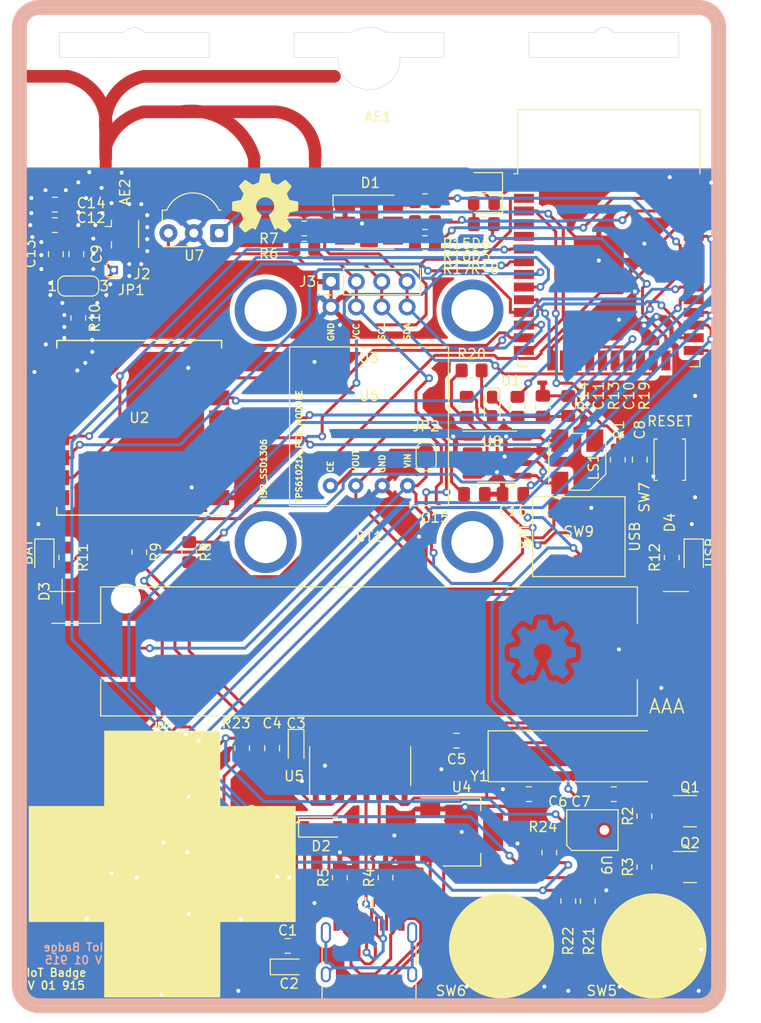
<source format=kicad_pcb>
(kicad_pcb (version 20211014) (generator pcbnew)
  (title_block (title "IoT Badge 915") (company "Galopago"))
  (layers (0 "F.Cu" signal) (31 "B.Cu" signal) (34 "B.Paste" user) (35 "F.Paste" user) (36 "B.SilkS" user "B.Silkscreen") (37 "F.SilkS" user "F.Silkscreen") (38 "B.Mask" user) (39 "F.Mask" user) (44 "Edge.Cuts" user))
  (net 0 "")
  (net 1 "/SCL")
  (net 2 "Net-(C1-Pad1)")
  (net 3 "Net-(C6-Pad1)")
  (net 4 "Net-(C7-Pad1)")
  (net 7 "/SDA")
  (net 8 "Net-(JP2-Pad2)")
  (net 9 "Net-(R8-Pad1)")
  (net 10 "Net-(R8-Pad2)")
  (net 11 "Net-(R9-Pad1)")
  (net 18 "Net-(R9-Pad2)")
  (net 19 "Net-(U1-Pad6)")
  (net 20 "Net-(U1-Pad7)")
  (net 21 "Net-(U1-Pad11)")
  (net 22 "Net-(U1-Pad12)")
  (net 24 "Net-(U1-Pad13)")
  (net 25 "Net-(U1-Pad29)")
  (net 26 "Net-(Q1-Pad2)")
  (net 27 "Net-(AE1-Pad1)")
  (net 28 "Net-(U1-Pad30)")
  (net 29 "Net-(U1-Pad31)")
  (net 33 "+BATT")
  (net 34 "+3.3VP")
  (net 35 "Earth")
  (net 36 "Net-(J1-PadA5)")
  (net 38 "Net-(J1-PadB5)")
  (net 40 "unconnected-(J1-PadS1)")
  (net 41 "Net-(Q2-Pad2)")
  (net 46 "/EN")
  (net 47 "Net-(Q1-Pad1)")
  (net 49 "Net-(J1-PadA6)")
  (net 50 "Net-(J1-PadA7)")
  (net 51 "+3V3")
  (net 52 "Net-(Q2-Pad1)")
  (net 53 "Net-(D5-Pad1)")
  (net 54 "Net-(C13-Pad2)")
  (net 55 "Net-(D2-Pad2)")
  (net 56 "Net-(JP1-Pad2)")
  (net 57 "Net-(AE2-Pad1)")
  (net 58 "Net-(R10-Pad2)")
  (net 59 "Net-(D3-Pad2)")
  (net 60 "Net-(SW9-Pad5)")
  (net 61 "Net-(D4-Pad2)")
  (net 62 "Net-(C10-Pad1)")
  (net 63 "Net-(C11-Pad2)")
  (net 65 "Net-(D1-Pad4)")
  (net 66 "Net-(D1-Pad5)")
  (net 67 "Net-(D1-Pad6)")
  (net 68 "/DAC-25")
  (net 69 "/LEDR-21")
  (net 70 "/LEDG-22")
  (net 71 "/LEDB-23")
  (net 72 "Net-(D5-Pad2)")
  (net 73 "/IRLED-2")
  (net 74 "/SW5-32")
  (net 75 "/SW6-33")
  (net 76 "/SW1-0")
  (net 77 "/SW2-13")
  (net 78 "/SW3-16")
  (net 79 "/SW4-17")
  (net 80 "/IRDEC-12")
  (net 81 "Net-(C15-Pad1)")
  (net 82 "Net-(LS1-Pad2)")
  (net 83 "Net-(LS1-Pad3)")
  (net 84 "Net-(R14-Pad2)")
  (net 85 "Net-(R21-Pad1)")
  (net 86 "Net-(R22-Pad1)")
  (net 87 "Net-(R23-Pad1)")
  (net 88 "Net-(R24-Pad1)")
  (footprint "Symbol:OSHW-Symbol_6.7x6mm_SilkScreen" (layer "F.Cu") (at 124.6 69.596)
    (fp_text reference "SYMB2" hide)
    (fp_text value "OSHW-Symbol_6.7x6mm_SilkScreen" hide)
  )
  (footprint "Diode_SMD:D_SOD-123" (layer "F.Cu") (at 130.2 132.1)
    (fp_text reference "D2")
    (fp_text value "D_Schottky")
  )
  (footprint "Resistor_SMD:R_0805_2012Metric_Pad1.20x1.40mm_HandSolder" (layer "F.Cu") (at 140.6 73.6)
    (fp_text reference "R17")
    (fp_text value "220")
  )
  (footprint "Capacitor_SMD:C_0805_2012Metric_Pad1.18x1.45mm_HandSolder" (layer "F.Cu") (at 103.55 71.8)
    (fp_text reference "C12")
    (fp_text value "C")
  )
  (footprint "Capacitor_SMD:C_0805_2012Metric_Pad1.18x1.45mm_HandSolder" (layer "F.Cu") (at 149.4 98.75 180)
    (fp_text reference "C16")
    (fp_text value "0.1uF")
  )
  (footprint "RF_PCB_Antenna:Micrel_916_ant_6" (layer "F.Cu") (at 116.15 60.96)
    (fp_text reference "AE1")
    (fp_text value "Antenna 915")
  )
  (footprint "Microphone_I2S:INMP441" (layer "F.Cu") (at 157.5 132.4 -90)
    (fp_text reference "U9")
    (fp_text value "INMP441")
  )
  (footprint "Resistor_SMD:R_0805_2012Metric_Pad1.20x1.40mm_HandSolder" (layer "F.Cu") (at 146.5 71.7)
    (fp_text reference "R18")
    (fp_text value "500")
  )
  (footprint "Resistor_SMD:R_0805_2012Metric_Pad1.20x1.40mm_HandSolder" (layer "F.Cu") (at 140.6 69.4)
    (fp_text reference "R15")
    (fp_text value "220")
  )
  (footprint "Battery_SMD:BatteryHolder_Keystone_1020_1xAAA" (layer "F.Cu") (at 135 114.5)
    (fp_text reference "BT1")
    (fp_text value "Battery_Cell")
  )
  (footprint "Capacitor_SMD:C_0805_2012Metric_Pad1.18x1.45mm_HandSolder" (layer "F.Cu") (at 126.8613 144)
    (fp_text reference "C1")
    (fp_text value "100nF")
  )
  (footprint "Capacitor_Tantalum_SMD:CP_EIA-2012-15_AVX-P_Pad1.30x1.05mm_HandSolder" (layer "F.Cu") (at 127.7 124.2 -90)
    (fp_text reference "C3")
    (fp_text value "22uF")
  )
  (footprint "LED_SMD:LED_0805_2012Metric_Pad1.15x1.40mm_HandSolder" (layer "F.Cu") (at 146.5 67.5 180)
    (fp_text reference "D6")
    (fp_text value "IRLED")
  )
  (footprint "Capacitor_SMD:C_0805_2012Metric_Pad1.18x1.45mm_HandSolder" (layer "F.Cu") (at 151 128.8)
    (fp_text reference "C6")
    (fp_text value "22pF")
  )
  (footprint "Resistor_SMD:R_0805_2012Metric_Pad1.20x1.40mm_HandSolder" (layer "F.Cu") (at 154.94 89.916 90)
    (fp_text reference "R19")
    (fp_text value "320")
  )
  (footprint "Capacitor_Tantalum_SMD:CP_EIA-2012-15_AVX-P_Pad1.30x1.05mm_HandSolder" (layer "F.Cu") (at 127 146.1)
    (fp_text reference "C2")
    (fp_text value "22uF")
  )
  (footprint "Resistor_SMD:R_0805_2012Metric_Pad1.20x1.40mm_HandSolder" (layer "F.Cu") (at 105.9 81.1 -90)
    (fp_text reference "R10")
    (fp_text value "0")
  )
  (footprint "Capacitor_SMD:C_0805_2012Metric_Pad1.18x1.45mm_HandSolder" (layer "F.Cu") (at 162.1 95.29 -90)
    (fp_text reference "C8")
    (fp_text value "100nF")
  )
  (footprint "LED_SMD:LED_0805_2012Metric_Pad1.15x1.40mm_HandSolder" (layer "F.Cu") (at 167.5 105.1 -90)
    (fp_text reference "D4")
    (fp_text value "USBLED")
  )
  (footprint "RF_Module:ESP32-WROOM-32" (layer "F.Cu") (at 159 76.1)
    (fp_text reference "U1")
    (fp_text value "ESP32-WROOM-32")
  )
  (footprint "Resistor_SMD:R_0805_2012Metric_Pad1.20x1.40mm_HandSolder" (layer "F.Cu") (at 122.3 124.2 90)
    (fp_text reference "R23")
    (fp_text value "220")
  )
  (footprint "Connector_Coaxial:U.FL_Hirose_U.FL-R-SMT-1_Vertical" (layer "F.Cu") (at 110.1 72.7)
    (fp_text reference "AE2")
    (fp_text value "EXT U.FL")
  )
  (footprint "Capacitor_SMD:C_0805_2012Metric_Pad1.18x1.45mm_HandSolder" (layer "F.Cu") (at 145.55 98.75)
    (fp_text reference "C15")
    (fp_text value "0.1uF")
  )
  (footprint "Button_Switch_SMD:SW_Push_1P1T_NO_6x6mm_H9.5mm" (layer "F.Cu") (at 114.3 128.15 45)
    (fp_text reference "SW1")
    (fp_text value "SW_Push")
  )
  (footprint "Connector_USB:USB_C_Receptacle_HRO_TYPE-C-31-M-12" (layer "F.Cu") (at 135 145.796)
    (fp_text reference "J1")
    (fp_text value "USB_C_Receptacle_USB2.0")
  )
  (footprint "Resistor_SMD:R_0805_2012Metric_Pad1.20x1.40mm_HandSolder" (layer "F.Cu") (at 112 104.55 -90)
    (fp_text reference "R9")
    (fp_text value "0")
  )
  (footprint "Speaker_SMD:Speaker_SMD-5020" (layer "F.Cu") (at 155.85 95.504 -90)
    (fp_text reference "LS1")
    (fp_text value "Speaker_SMD")
  )
  (footprint "Resistor_SMD:R_0805_2012Metric_Pad1.20x1.40mm_HandSolder" (layer "F.Cu") (at 128.524 72.136)
    (fp_text reference "R7")
    (fp_text value "10k")
  )
  (footprint "Package_TO_SOT_SMD:SOT-223-3_TabPin2" (layer "F.Cu") (at 144.272 132.588)
    (fp_text reference "U4")
    (fp_text value "AMS1117-3.3")
  )
  (footprint "Button_Switch_SMD:SW_Push_1P1T_NO_6x6mm_H9.5mm" (layer "F.Cu") (at 148.2614 144)
    (fp_text reference "SW6")
    (fp_text value "SW_Push")
  )
  (footprint "Button_Switch_SMD:SW_Push_1P1T_NO_6x6mm_H9.5mm" (layer "F.Cu") (at 114.3 143.45 45)
    (fp_text reference "SW2")
    (fp_text value "SW_Push")
  )
  (footprint "Resistor_SMD:R_0805_2012Metric_Pad1.20x1.40mm_HandSolder" (layer "F.Cu") (at 153.045 134.662936 -90)
    (fp_text reference "R24")
    (fp_text value "220")
  )
  (footprint "Package_SO:SOIC-8_3.9x4.9mm_P1.27mm" (layer "F.Cu") (at 147.828 94.996)
    (fp_text reference "U8")
    (fp_text value "SSM2211S")
  )
  (footprint "Capacitor_Tantalum_SMD:CP_EIA-2012-15_AVX-P_Pad1.30x1.05mm_HandSolder" (layer "F.Cu") (at 147.32 90 -90)
    (fp_text reference "C11")
    (fp_text value "100uF")
  )
  (footprint "Package_TO_SOT_SMD:SOT-23" (layer "F.Cu") (at 167.132 130.508)
    (fp_text reference "Q1")
    (fp_text value "BC847")
  )
  (footprint "Resistor_SMD:R_0805_2012Metric_Pad1.20x1.40mm_HandSolder" (layer "F.Cu") (at 149.86 90 90)
    (fp_text reference "R13")
    (fp_text value "620")
  )
  (footprint "Capacitor_SMD:C_0805_2012Metric_Pad1.18x1.45mm_HandSolder" (layer "F.Cu") (at 159.5 128.8)
    (fp_text reference "C7")
    (fp_text value "22pF")
  )
  (footprint "Resistor_SMD:R_0805_2012Metric_Pad1.20x1.40mm_HandSolder" (layer "F.Cu") (at 156.9 139.5 90)
    (fp_text reference "R21")
    (fp_text value "220")
  )
  (footprint "Capacitor_SMD:C_0805_2012Metric_Pad1.18x1.45mm_HandSolder" (layer "F.Cu") (at 125.3 124.2 -90)
    (fp_text reference "C4")
    (fp_text value "100nF")
  )
  (footprint "Resistor_SMD:R_0805_2012Metric_Pad1.20x1.40mm_HandSolder" (layer "F.Cu") (at 136.652 137.16 90)
    (fp_text reference "R4")
    (fp_text value "5.1k")
  )
  (footprint "Jumper:SolderJumper-3_P1.3mm_Bridged12_RoundedPad1.0x1.5mm_NumberLabels" (layer "F.Cu") (at 105.9 77.9)
    (fp_text reference "JP1")
    (fp_text value "Jumper_3_Bridged12")
  )
  (footprint "Crystal:Crystal_SMD_HC49-SD_HandSoldering" (layer "F.Cu") (at 157 125)
    (fp_text reference "Y1")
    (fp_text value "Crystal")
  )
  (footprint "Resistor_SMD:R_0805_2012Metric_Pad1.20x1.40mm_HandSolder" (layer "F.Cu") (at 128.524 74.168)
    (fp_text reference "R6")
    (fp_text value "10k")
  )
  (footprint "Capacitor_SMD:C_0805_2012Metric_Pad1.18x1.45mm_HandSolder" (layer "F.Cu") (at 103.65 74.71 -90)
    (fp_text reference "C13")
    (fp_text value "C")
  )
  (footprint "Package_SO:SOIC-16_3.9x9.9mm_P1.27mm" (layer "F.Cu") (at 134.112 125.984 90)
    (fp_text reference "U5")
    (fp_text value "CH340G")
  )
  (footprint "Display_PCB:DISPLAY_SSD1306_128x64_I2C_0.96inch" (layer "F.Cu") (at 135 91.948)
    (fp_text reference "U3")
    (fp_text value "DISPLAY_SSD1306_128x64_I2C")
  )
  (footprint "DCDC_mini_PCB_module:ME2188_PCB_MODULE" (layer "F.Cu") (at 135 91.948)
    (fp_text reference "U6")
    (fp_text value "ME2188_PCB_MODULE")
  )
  (footprint "Capacitor_SMD:C_0805_2012Metric_Pad1.18x1.45mm_HandSolder" (layer "F.Cu") (at 103.55 69.75)
    (fp_text reference "C14")
    (fp_text value "C")
  )
  (footprint "Button_Switch_SMD:SW_Push_1P1T_NO_6x6mm_H9.5mm" (layer "F.Cu") (at 163.5214 144)
    (fp_text reference "SW5")
    (fp_text value "SW_Push")
  )
  (footprint "LED_SMD:LED_0805_2012Metric_Pad1.15x1.40mm_HandSolder" (layer "F.Cu") (at 146.5 69.6 180)
    (fp_text reference "D5")
    (fp_text value "IRLED")
  )
  (footprint "Resistor_SMD:R_0805_2012Metric_Pad1.20x1.40mm_HandSolder" (layer "F.Cu") (at 140.6 71.5)
    (fp_text reference "R16")
    (fp_text value "220")
  )
  (footprint "Capacitor_SMD:C_0805_2012Metric_Pad1.18x1.45mm_HandSolder" (layer "F.Cu") (at 105.7 74.71 -90)
    (fp_text reference "C9")
    (fp_text value "C")
  )
  (footprint "Button_Switch_SMD:SW_Push_1P1T_NO_6x6mm_H9.5mm" (layer "F.Cu") (at 121.93 135.8 45)
    (fp_text reference "SW4")
    (fp_text value "SW_Push")
  )
  (footprint "Resistor_SMD:R_0805_2012Metric_Pad1.20x1.40mm_HandSolder" (layer "F.Cu") (at 132.08 137.16 90)
    (fp_text reference "R5")
    (fp_text value "5.1k")
  )
  (footprint "OptoDevice:Vishay_MOLD-3Pin" (layer "F.Cu") (at 120 72.6 180)
    (fp_text reference "U7")
    (fp_text value "TSOP41xx")
  )
  (footprint "Package_TO_SOT_SMD:SOT-23" (layer "F.Cu") (at 167.132 136.096)
    (fp_text reference "Q2")
    (fp_text value "BC847")
  )
  (footprint "Resistor_SMD:R_0805_2012Metric_Pad1.20x1.40mm_HandSolder" (layer "F.Cu") (at 162.56 131 90)
    (fp_text reference "R2")
    (fp_text value "10k")
  )
  (footprint "Slide_Switch_SMD:SW_Slide_2P2T_9mmx7.6mm" (layer "F.Cu") (at 156 103)
    (fp_text reference "SW9")
    (fp_text value "SW_PWR_USB_BAT")
  )
  (footprint "Capacitor_SMD:C_0805_2012Metric_Pad1.18x1.45mm_HandSolder" (layer "F.Cu") (at 152.4 89.9375 90)
    (fp_text reference "C10")
    (fp_text value "0.1uF")
  )
  (footprint "LED_SMD:LED_0805_2012Metric_Pad1.15x1.40mm_HandSolder" (layer "F.Cu") (at 102.5 105.1 -90)
    (fp_text reference "D3")
    (fp_text value "BATLED")
  )
  (footprint "RF_Module_alt:Ai-Thinker-Ra-02-LoRa-alt" (layer "F.Cu") (at 112 92.1)
    (fp_text reference "U2")
    (fp_text value "Ai-Thinker-Ra-02-alt")
  )
  (footprint "Resistor_SMD:R_0805_2012Metric_Pad1.20x1.40mm_HandSolder" (layer "F.Cu") (at 104.7 105.1 -90)
    (fp_text reference "R11")
    (fp_text value "1k")
  )
  (footprint "Resistor_SMD:R_0805_2012Metric_Pad1.20x1.40mm_HandSolder" (layer "F.Cu") (at 165.3 105.1 -90)
    (fp_text reference "R12")
    (fp_text value "1k")
  )
  (footprint "Jumper:SolderJumper-2_P1.3mm_Open_RoundedPad1.0x1.5mm" (layer "F.Cu") (at 140.716 94.996 90)
    (fp_text reference "JP2")
    (fp_text value "SolderJumper_2_Open")
  )
  (footprint "Connector_PinHeader_1.00mm:PinHeader_1x01_P1.00mm_Vertical" (layer "F.Cu") (at 109.45 76.3)
    (fp_text reference "J2")
    (fp_text value "Wire ANT")
  )
  (footprint "Resistor_SMD:R_0805_2012Metric_Pad1.20x1.40mm_HandSolder" (layer "F.Cu") (at 144.78 90 -90)
    (fp_text reference "R14")
    (fp_text value "20k")
  )
  (footprint "Button_Switch_SMD:SW_Push_1P1T_NO_6x6mm_H9.5mm" (layer "F.Cu") (at 106.67 135.8 45)
    (fp_text reference "SW3")
    (fp_text value "SW_Push")
  )
  (footprint "Resistor_SMD:R_0805_2012Metric_Pad1.20x1.40mm_HandSolder" (layer "F.Cu") (at 154.94 139.5 90)
    (fp_text reference "R22")
    (fp_text value "220")
  )
  (footprint "Connector_PinHeader_2.54mm:PinHeader_1x04_P2.54mm_Vertical" (layer "F.Cu") (at 131.19 77.458 90)
    (fp_text reference "J3")
    (fp_text value "Conn_01x04_Male")
  )
  (footprint "Capacitor_SMD:C_0805_2012Metric_Pad1.18x1.45mm_HandSolder" (layer "F.Cu") (at 143.764 123.444)
    (fp_text reference "C5")
    (fp_text value "100nF")
  )
  (footprint "Resistor_SMD:R_0805_2012Metric_Pad1.20x1.40mm_HandSolder" (layer "F.Cu") (at 145.272 86.36)
    (fp_text reference "R20")
    (fp_text value "20k")
  )
  (footprint "Resistor_SMD:R_0805_2012Metric_Pad1.20x1.40mm_HandSolder" (layer "F.Cu") (at 162.56 136.096 90)
    (fp_text reference "R3")
    (fp_text value "10k")
  )
  (footprint "LED_SMD:LED_RGB_5050-6" (layer "F.Cu") (at 135 71.5)
    (fp_text reference "D1")
    (fp_text value "LED_RGB")
  )
  (footprint "Button_Switch_SMD:SW_Push_SPST_NO_Alps_SKRK" (layer "F.Cu") (at 165.1 95.29 90)
    (fp_text reference "SW7")
    (fp_text value "E")
  )
  (footprint "Resistor_SMD:R_0805_2012Metric_Pad1.20x1.40mm_HandSolder" (layer "F.Cu") (at 117 104.55 -90)
    (fp_text reference "R8")
    (fp_text value "0")
  )
  (footprint "Resistor_SMD:R_0805_2012Metric_Pad1.20x1.40mm_HandSolder" (layer "F.Cu") (at 159.9 95.29 90)
    (fp_text reference "R1")
    (fp_text value "10k")
  )
  (footprint "Symbol:OSHW-Symbol_6.7x6mm_Copper" (layer "B.Cu") (at 152.4 114.3 180)
    (fp_text reference "SYMB1" hide)
    (fp_text value "OSHW-Symbol_6.7x6mm_Copper" hide)
  )
  (gr_line (start 168 150) (end 102 150) (layer "B.SilkS") (width 1.5))
  (gr_line (start 168 50) (end 102 50) (layer "B.SilkS") (width 1.5))
  (gr_line (start 170 52) (end 170 148) (layer "B.SilkS") (width 1.5))
  (gr_arc (start 168 50) (mid 169.414214 50.585786) (end 170 52) (layer "B.SilkS") (width 1.5))
  (gr_arc (start 100 52) (mid 100.585786 50.585786) (end 102 50) (layer "B.SilkS") (width 1.5))
  (gr_arc (start 170 148) (mid 169.414214 149.414214) (end 168 150) (layer "B.SilkS") (width 1.5))
  (gr_line (start 100 52) (end 100 148) (layer "B.SilkS") (width 1.5))
  (gr_arc (start 102 150) (mid 100.585786 149.414214) (end 100 148) (layer "B.SilkS") (width 1.5))
  (gr_rect (start 101 130.05) (end 127.6 141.55) (layer "F.SilkS") (width 0.12) (fill solid))
  (gr_circle (center 163.5214 144) (end 168.7214 144) (layer "F.SilkS") (width 0.12) (fill solid))
  (gr_rect (start 108.55 122.5) (end 120.05 149.1) (layer "F.SilkS") (width 0.12) (fill solid))
  (gr_circle (center 148.2614 144) (end 153.4614 144) (layer "F.SilkS") (width 0.12) (fill solid))
  (gr_line (start 106.67 135.8) (end 121.93 135.8) (layer "F.SilkS") (width 0.12))
  (gr_line (start 114.3 128.15) (end 114.3 143.45) (layer "F.SilkS") (width 0.12))
  (gr_line (start 104 52.5) (end 110.5 52.5) (layer "Edge.Cuts") (width 0.05))
  (gr_line (start 102 50) (end 168 50) (layer "Edge.Cuts") (width 0.05))
  (gr_line (start 170 52) (end 170 148) (layer "Edge.Cuts") (width 0.05))
  (gr_line (start 127.5 52.5) (end 127.5 55) (layer "Edge.Cuts") (width 0.05))
  (gr_line (start 119 52.5) (end 119 55) (layer "Edge.Cuts") (width 0.05))
  (gr_arc (start 133.3 52.5) (mid 135 51.993208) (end 136.7 52.5) (layer "Edge.Cuts") (width 0.05))
  (gr_line (start 159.5 52.5) (end 166 52.5) (layer "Edge.Cuts") (width 0.05))
  (gr_arc (start 138.1 55) (mid 135 58.224191) (end 131.9 55) (layer "Edge.Cuts") (width 0.05))
  (gr_line (start 138.1 55) (end 142.5 55) (layer "Edge.Cuts") (width 0.05))
  (gr_arc (start 110.5 52.5) (mid 111.5 52.001418) (end 112.5 52.5) (layer "Edge.Cuts") (width 0.05))
  (gr_line (start 136.7 52.5) (end 142.5 52.5) (layer "Edge.Cuts") (width 0.05))
  (gr_line (start 151 55) (end 166 55) (layer "Edge.Cuts") (width 0.05))
  (gr_line (start 112.5 52.5) (end 119 52.5) (layer "Edge.Cuts") (width 0.05))
  (gr_line (start 166 52.5) (end 166 55) (layer "Edge.Cuts") (width 0.05))
  (gr_line (start 104 55) (end 119 55) (layer "Edge.Cuts") (width 0.05))
  (gr_line (start 142.5 52.5) (end 142.5 55) (layer "Edge.Cuts") (width 0.05))
  (gr_line (start 100 52) (end 100 148) (layer "Edge.Cuts") (width 0.05))
  (gr_line (start 104 52.5) (end 104 55) (layer "Edge.Cuts") (width 0.05))
  (gr_arc (start 170 148) (mid 169.414214 149.414214) (end 168 150) (layer "Edge.Cuts") (width 0.05))
  (gr_arc (start 168 50) (mid 169.414214 50.585786) (end 170 52) (layer "Edge.Cuts") (width 0.05))
  (gr_line (start 151 52.5) (end 157.5 52.5) (layer "Edge.Cuts") (width 0.05))
  (gr_arc (start 102 150) (mid 100.585786 149.414214) (end 100 148) (layer "Edge.Cuts") (width 0.05))
  (gr_line (start 127.5 52.5) (end 133.3 52.5) (layer "Edge.Cuts") (width 0.05))
  (gr_line (start 102 150) (end 168 150) (layer "Edge.Cuts") (width 0.05))
  (gr_arc (start 157.5 52.5) (mid 158.5 52.001418) (end 159.5 52.5) (layer "Edge.Cuts") (width 0.05))
  (gr_line (start 127.5 55) (end 131.9 55) (layer "Edge.Cuts") (width 0.05))
  (gr_arc (start 100 52) (mid 100.585786 50.585786) (end 102 50) (layer "Edge.Cuts") (width 0.05))
  (gr_line (start 151 52.5) (end 151 55) (layer "Edge.Cuts") (width 0.05))
  (gr_text "IoT Badge\nV 01 915" (at 105.41 144.78) (layer "B.SilkS") (effects (font (size 0.8 0.8)) (justify mirror)))
  (gr_text "GND" (at 131.19 82.5 90) (layer "F.SilkS") (effects (font (size 0.6 0.6))))
  (gr_text "BAT" (at 150.5 103 90) (layer "F.SilkS") (effects (font (size 1 1))))
  (gr_text "DISP_SSD1306" (at 124.46 96.5 90) (layer "F.SilkS") (effects (font (size 0.6 0.6))))
  (gr_text "VOUT" (at 133.677 95.4 90) (layer "F.SilkS") (effects (font (size 0.6 0.6))))
  (gr_text "IoT Badge\nV 01 915" (at 103.7 147.32) (layer "F.SilkS") (effects (font (size 0.8 0.8))))
  (gr_text "BAT" (at 100.8 104.57 90) (layer "F.SilkS") (effects (font (size 1 1))))
  (gr_text "IO0" (at 114.3 121.92) (layer "F.SilkS") (effects (font (size 0.6 0.6))))
  (gr_text "GND" (at 136.323 95.7 90) (layer "F.SilkS") (effects (font (size 0.6 0.6))))
  (gr_text "CE" (at 131.137 96 90) (layer "F.SilkS") (effects (font (size 0.6 0.6))))
  (gr_text "USB" (at 161.6 103 90) (layer "F.SilkS") (effects (font (size 1 1))))
  (gr_text "TPS61021A_PCB_MODULE\n" (at 128 93.98 90) (layer "F.SilkS") (effects (font (size 0.6 0.6))))
  (gr_text "VIN" (at 138.863 95.4 90) (layer "F.SilkS") (effects (font (size 0.6 0.6))))
  (gr_text "SCL" (at 136.27 82.5 90) (layer "F.SilkS") (effects (font (size 0.6 0.6))))
  (gr_text "USB" (at 169.2 104.57 90) (layer "F.SilkS") (effects (font (size 1 1))))
  (gr_text "RESET" (at 165.1 91.44) (layer "F.SilkS") (effects (font (size 1 1))))
  (gr_text "VCC" (at 133.73 82.5 90) (layer "F.SilkS") (effects (font (size 0.6 0.6))))
  (gr_text "AAA" (at 164.8 120) (layer "F.SilkS") (effects (font (size 1.4 1.4))))
  (gr_text "SDA" (at 138.81 82.5 90) (layer "F.SilkS") (effects (font (size 0.6 0.6))))
  (segment (start 136.27 77.458) (end 134.504 75.692) (width 0.3) (layer "F.Cu") (net 1))
  (segment (start 134.504 75.692) (end 133.096 75.692) (width 0.3) (layer "F.Cu") (net 1))
  (segment (start 136.27 79.998) (end 136.27 77.458) (width 0.3) (layer "F.Cu") (net 1))
  (segment (start 147.639667 85.870263) (end 148.474504 86.7051) (width 0.3) (layer "F.Cu") (net 1))
  (segment (start 133.096 75.692) (end 132.588 75.184) (width 0.3) (layer "F.Cu") (net 1))
  (segment (start 132.588 75.184) (end 130.54 75.184) (width 0.3) (layer "F.Cu") (net 1))
  (segment (start 130.54 75.184) (end 129.524 74.168) (width 0.3) (layer "F.Cu") (net 1))
  (segment (start 148.474504 86.7051) (end 163.445 86.7051) (width 0.3) (layer "F.Cu") (net 1))
  (segment (start 163.445 86.7051) (end 163.445 85.355) (width 0.3) (layer "F.Cu") (net 1))
  (via (at 147.639667 85.870263) (size 0.8) (drill 0.4) (layers "F.Cu" "B.Cu") (net 1))
  (segment (start 147.113404 85.344) (end 141.616 85.344) (width 0.3) (layer "B.Cu") (net 1))
  (segment (start 147.639667 85.870263) (end 147.113404 85.344) (width 0.3) (layer "B.Cu") (net 1))
  (segment (start 141.616 85.344) (end 136.27 79.998) (width 0.3) (layer "B.Cu") (net 1))
  (segment (start 125.824 144.0148) (end 125.824 144.0074) (width 0.3) (layer "F.Cu") (net 2))
  (segment (start 125.824 144.0018) (end 125.824 144.0009) (width 0.3) (layer "F.Cu") (net 2))
  (segment (start 125.824 144.1185) (end 125.824 144.0592) (width 0.3) (layer "F.Cu") (net 2))
  (segment (start 125.824 144.949) (end 125.824 144.474) (width 0.3) (layer "F.Cu") (net 2))
  (segment (start 125.824 144.0037) (end 125.824 144.0018) (width 0.3) (layer "F.Cu") (net 2))
  (segment (start 128.55 141.274) (end 128.55 132.1) (width 0.3) (layer "F.Cu") (net 2))
  (segment (start 125.824 144.0074) (end 125.824 144.0037) (width 0.3) (layer "F.Cu") (net 2))
  (segment (start 125.824 144.0002) (end 125.824 144.0001) (width 0.3) (layer "F.Cu") (net 2))
  (segment (start 125.824 144.0018) (end 125.824 144.0009) (width 0.3) (layer "F.Cu") (net 2))
  (segment (start 125.824 144.0592) (end 125.824 144.0296) (width 0.3) (layer "F.Cu") (net 2))
  (segment (start 125.824 144.0296) (end 125.824 144.0148) (width 0.3) (layer "F.Cu") (net 2))
  (segment (start 125.824 144.474) (end 125.824 144.237) (width 0.3) (layer "F.Cu") (net 2))
  (segment (start 141.122 134.888) (end 141.122 143.323) (width 0.3) (layer "F.Cu") (net 2))
  (segment (start 125.824 144.0004) (end 125.824 144.0002) (width 0.3) (layer "F.Cu") (net 2))
  (segment (start 125.824 144.0002) (end 125.824 144.0001) (width 0.3) (layer "F.Cu") (net 2))
  (segment (start 125.824 144.0074) (end 125.824 144.0037) (width 0.3) (layer "F.Cu") (net 2))
  (segment (start 126.025 146.1) (end 125.824 145.899) (width 0.3) (layer "F.Cu") (net 2))
  (segment (start 125.824 144) (end 128.55 141.274) (width 0.3) (layer "F.Cu") (net 2))
  (segment (start 125.824 144.0004) (end 125.824 144.0002) (width 0.3) (layer "F.Cu") (net 2))
  (segment (start 125.824 144.0037) (end 125.824 144.0018) (width 0.3) (layer "F.Cu") (net 2))
  (segment (start 125.824 144.237) (end 125.824 144.1185) (width 0.3) (layer "F.Cu") (net 2))
  (segment (start 125.824 144.0592) (end 125.824 144.0296) (width 0.3) (layer "F.Cu") (net 2))
  (segment (start 125.824 144.0037) (end 125.824 144.0018) (width 0.3) (layer "F.Cu") (net 2))
  (segment (start 125.824 144.0001) (end 125.824 144) (width 0.3) (layer "F.Cu") (net 2))
  (segment (start 125.824 144.474) (end 125.824 144.237) (width 0.3) (layer "F.Cu") (net 2))
  (segment (start 125.824 144.0148) (end 125.824 144.0074) (width 0.3) (layer "F.Cu") (net 2))
  (segment (start 125.824 144) (end 125.8238 144) (width 0.3) (layer "F.Cu") (net 2))
  (segment (start 125.824 144.1185) (end 125.824 144.0592) (width 0.3) (layer "F.Cu") (net 2))
  (segment (start 125.824 144.0296) (end 125.824 144.0148) (width 0.3) (layer "F.Cu") (net 2))
  (segment (start 125.824 144.0009) (end 125.824 144.0004) (width 0.3) (layer "F.Cu") (net 2))
  (segment (start 125.824 144.0148) (end 125.824 144.0074) (width 0.3) (layer "F.Cu") (net 2))
  (segment (start 141.122 143.323) (end 136.1 148.345) (width 0.3) (layer "F.Cu") (net 2))
  (segment (start 125.824 144.0001) (end 125.824 144) (width 0.3) (layer "F.Cu") (net 2))
  (segment (start 125.824 144.0002) (end 125.824 144.0001) (width 0.3) (layer "F.Cu") (net 2))
  (segment (start 125.824 144.0592) (end 125.824 144.0296) (width 0.3) (layer "F.Cu") (net 2))
  (segment (start 125.824 144.0074) (end 125.824 144.0037) (width 0.3) (layer "F.Cu") (net 2))
  (segment (start 125.824 144.237) (end 125.824 144.1185) (width 0.3) (layer "F.Cu") (net 2))
  (segment (start 125.824 144.949) (end 125.824 144.474) (width 0.3) (layer "F.Cu") (net 2))
  (segment (start 125.824 144.95) (end 125.824 144.949) (width 0.3) (layer "F.Cu") (net 2))
  (segment (start 125.824 144.0004) (end 125.824 144.0002) (width 0.3) (layer "F.Cu") (net 2))
  (segment (start 125.824 144.1185) (end 125.824 144.0592) (width 0.3) (layer "F.Cu") (net 2))
  (segment (start 125.824 144.95) (end 125.824 144.949) (width 0.3) (layer "F.Cu") (net 2))
  (segment (start 125.824 144.474) (end 125.824 144.237) (width 0.3) (layer "F.Cu") (net 2))
  (segment (start 128.27 148.345) (end 126.025 146.1) (width 0.3) (layer "F.Cu") (net 2))
  (segment (start 125.824 144.237) (end 125.824 144.1185) (width 0.3) (layer "F.Cu") (net 2))
  (segment (start 125.824 145.899) (end 125.824 144.95) (width 0.3) (layer "F.Cu") (net 2))
  (segment (start 125.824 144.0296) (end 125.824 144.0148) (width 0.3) (layer "F.Cu") (net 2))
  (segment (start 125.824 144.0009) (end 125.824 144.0004) (width 0.3) (layer "F.Cu") (net 2))
  (segment (start 136.1 148.345) (end 128.27 148.345) (width 0.3) (layer "F.Cu") (net 2))
  (segment (start 125.824 144.0001) (end 125.824 144) (width 0.3) (layer "F.Cu") (net 2))
  (segment (start 125.824 144.0009) (end 125.824 144.0004) (width 0.3) (layer "F.Cu") (net 2))
  (segment (start 125.824 144.0018) (end 125.824 144.0009) (width 0.3) (layer "F.Cu") (net 2))
  (segment (start 146.775 125) (end 151.062 125) (width 0.3) (layer "F.Cu") (net 3))
  (segment (start 139.511 129.188) (end 146.775 129.188) (width 0.3) (layer "F.Cu") (net 3))
  (segment (start 138.864 129.836) (end 139.511 129.188) (width 0.3) (layer "F.Cu") (net 3))
  (segment (start 138.243 129.836) (end 138.864 129.836) (width 0.3) (layer "F.Cu") (net 3))
  (segment (start 149.5745 129.188) (end 149.9625 128.8) (width 0.3) (layer "F.Cu") (net 3))
  (segment (start 146.775 129.188) (end 146.775 125) (width 0.3) (layer "F.Cu") (net 3))
  (segment (start 137.287 128.459) (end 137.287 128.88) (width 0.3) (layer "F.Cu") (net 3))
  (segment (start 137.287 128.88) (end 138.243 129.836) (width 0.3) (layer "F.Cu") (net 3))
  (segment (start 146.775 129.188) (end 149.5745 129.188) (width 0.3) (layer "F.Cu") (net 3))
  (segment (start 151.062 125) (end 151.0625 125) (width 0.3) (layer "F.Cu") (net 3))
  (segment (start 162.9375 125) (end 158.65 125) (width 0.3) (layer "F.Cu") (net 4))
  (segment (start 158.65 125) (end 157.584 126.066) (width 0.3) (layer "F.Cu") (net 4))
  (segment (start 155.168 123.65) (end 157.584 126.066) (width 0.3) (layer "F.Cu") (net 4))
  (segment (start 138.557 128.459) (end 141.781 128.459) (width 0.3) (layer "F.Cu") (net 4))
  (segment (start 146.59 123.65) (end 155.168 123.65) (width 0.3) (layer "F.Cu") (net 4))
  (segment (start 157.584 127.9215) (end 157.584 126.066) (width 0.3) (layer "F.Cu") (net 4))
  (segment (start 158.4625 128.8) (end 157.584 127.9215) (width 0.3) (layer "F.Cu") (net 4))
  (segment (start 141.781 128.459) (end 146.59 123.65) (width 0.3) (layer "F.Cu") (net 4))
  (segment (start 166.15 83.085) (end 166.15 81.7205) (width 0.3) (layer "F.Cu") (net 7))
  (segment (start 136.028 74.676) (end 131.064 74.676) (width 0.3) (layer "F.Cu") (net 7))
  (segment (start 131.064 74.676) (end 130.556 74.168) (width 0.3) (layer "F.Cu") (net 7))
  (segment (start 138.81 79.998) (end 138.387 79.5751) (width 0.3) (layer "F.Cu") (net 7))
  (segment (start 138.81 79.998) (end 138.81 77.458) (width 0.3) (layer "F.Cu") (net 7))
  (segment (start 130.556 74.168) (end 130.556 72.644) (width 0.3) (layer "F.Cu") (net 7))
  (segment (start 166.15 81.7205) (end 164.268 79.8387) (width 0.3) (layer "F.Cu") (net 7))
  (segment (start 167.5 83.085) (end 166.15 83.085) (width 0.3) (layer "F.Cu") (net 7))
  (segment (start 138.81 77.458) (end 136.028 74.676) (width 0.3) (layer "F.Cu") (net 7))
  (segment (start 130.556 72.644) (end 130.048 72.136) (width 0.3) (layer "F.Cu") (net 7))
  (via (at 164.268 79.8387) (size 0.8) (drill 0.4) (layers "F.Cu" "B.Cu") (net 7))
  (segment (start 148.626 84.1152) (end 151.882 80.8594) (width 0.3) (layer "B.Cu") (net 7))
  (segment (start 142.927 84.1152) (end 148.626 84.1152) (width 0.3) (layer "B.Cu") (net 7))
  (segment (start 162.577 79.6998) (end 162.814 79.4634) (width 0.3) (layer "B.Cu") (net 7))
  (segment (start 162.814 79.4634) (end 163.893 79.4634) (width 0.3) (layer "B.Cu") (net 7))
  (segment (start 151.882 80.3337) (end 152.516 79.6998) (width 0.3) (layer "B.Cu") (net 7))
  (segment (start 163.893 79.4634) (end 164.268 79.8387) (width 0.3) (layer "B.Cu") (net 7))
  (segment (start 138.81 79.998) (end 142.927 84.1152) (width 0.3) (layer "B.Cu") (net 7))
  (segment (start 151.882 80.8594) (end 151.882 80.3337) (width 0.3) (layer "B.Cu") (net 7))
  (segment (start 152.516 79.6998) (end 162.577 79.6998) (width 0.3) (layer "B.Cu") (net 7))
  (segment (start 133.677 99.4004) (end 133.677 97.898) (width 0.3) (layer "F.Cu") (net 8))
  (segment (start 126.064 107.013) (end 133.677 99.4004) (width 0.3) (layer "F.Cu") (net 8))
  (segment (start 120.629 104.55) (end 123.092 107.013) (width 0.3) (layer "F.Cu") (net 8))
  (segment (start 142.4806 108.204) (end 133.677 99.4004) (width 0.3) (layer "F.Cu") (net 8))
  (segment (start 151.121 108.204) (end 142.4806 108.204) (width 0.3) (layer "F.Cu") (net 8))
  (segment (start 137.229 94.346) (end 140.716 94.346) (width 0.3) (layer "F.Cu") (net 8))
  (segment (start 153.5 105.825) (end 151.121 108.204) (width 0.3) (layer "F.Cu") (net 8))
  (segment (start 104.7 106.1) (end 106.25 104.55) (width 0.3) (layer "F.Cu") (net 8))
  (segment (start 123.092 107.013) (end 126.064 107.013) (width 0.3) (layer "F.Cu") (net 8))
  (segment (start 106.25 104.55) (end 120.629 104.55) (width 0.3) (layer "F.Cu") (net 8))
  (segment (start 133.677 97.898) (end 137.229 94.346) (width 0.3) (layer "F.Cu") (net 8))
  (segment (start 169.124 73.1985) (end 169.245 73.1985) (width 0.3) (layer "F.Cu") (net 9))
  (segment (start 167.5 72.925) (end 168.85 72.925) (width 0.3) (layer "F.Cu") (net 9))
  (segment (start 117 103.55) (end 119.528 103.55) (width 0.3) (layer "F.Cu") (net 9))
  (segment (start 119.528 103.55) (end 120.475 102.603) (width 0.3) (layer "F.Cu") (net 9))
  (segment (start 168.85 72.925) (end 169.124 73.1985) (width 0.3) (layer "F.Cu") (net 9))
  (via (at 169.245 73.1985) (size 0.8) (drill 0.4) (layers "F.Cu" "B.Cu") (net 9))
  (via (at 120.475 102.603) (size 0.8) (drill 0.4) (layers "F.Cu" "B.Cu") (net 9))
  (segment (start 144.272 97.536) (end 149.5494 97.536) (width 0.3) (layer "B.Cu") (net 9))
  (segment (start 143.4929 96.7569) (end 144.272 97.536) (width 0.3) (layer "B.Cu") (net 9))
  (segment (start 130.707 99.9094) (end 132.407 98.2097) (width 0.3) (layer "B.Cu") (net 9))
  (segment (start 120.475 102.603) (end 123.169 99.9094) (width 0.3) (layer "B.Cu") (net 9))
  (segment (start 123.169 99.9094) (end 130.707 99.9094) (width 0.3) (layer "B.Cu") (net 9))
  (segment (start 133.237 96.7569) (end 143.4929 96.7569) (width 0.3) (layer "B.Cu") (net 9))
  (segment (start 149.5494 97.536) (end 169.245 77.8404) (width 0.3) (layer "B.Cu") (net 9))
  (segment (start 132.407 98.2097) (end 132.407 97.5867) (width 0.3) (layer "B.Cu") (net 9))
  (segment (start 169.245 77.8404) (end 169.245 73.1985) (width 0.3) (layer "B.Cu") (net 9))
  (segment (start 132.407 97.5867) (end 133.237 96.7569) (width 0.3) (layer "B.Cu") (net 9))
  (segment (start 124.225 123.748528) (end 124.776472 124.3) (width 0.3) (layer "F.Cu") (net 10))
  (segment (start 124.776472 124.3) (end 126.023528 124.3) (width 0.3) (layer "F.Cu") (net 10))
  (segment (start 126.375 124.651472) (end 126.375 125.823528) (width 0.3) (layer "F.Cu") (net 10))
  (segment (start 130.937 128.03) (end 130.937 128.459) (width 0.3) (layer "F.Cu") (net 10))
  (segment (start 124.225 121.685) (end 124.225 123.748528) (width 0.3) (layer "F.Cu") (net 10))
  (segment (start 126.023528 124.3) (end 126.375 124.651472) (width 0.3) (layer "F.Cu") (net 10))
  (segment (start 129.65 126.743) (end 130.937 128.03) (width 0.3) (layer "F.Cu") (net 10))
  (segment (start 126.726472 126.175) (end 128.2085 126.175) (width 0.3) (layer "F.Cu") (net 10))
  (segment (start 117 105.55) (end 117 114.46) (width 0.3) (layer "F.Cu") (net 10))
  (segment (start 117 114.46) (end 124.225 121.685) (width 0.3) (layer "F.Cu") (net 10))
  (segment (start 128.7765 126.743) (end 129.65 126.743) (width 0.3) (layer "F.Cu") (net 10))
  (segment (start 126.375 125.823528) (end 126.726472 126.175) (width 0.3) (layer "F.Cu") (net 10))
  (segment (start 128.2085 126.175) (end 128.7765 126.743) (width 0.3) (layer "F.Cu") (net 10))
  (segment (start 166.15 71.655) (end 164.383 73.4216) (width 0.3) (layer "F.Cu") (net 11))
  (segment (start 114.347 101.203) (end 112 103.55) (width 0.3) (layer "F.Cu") (net 11))
  (segment (start 141.6067 84.8391) (end 131.624 94.8218) (width 0.3) (layer "F.Cu") (net 11))
  (segment (start 147.863607 85.155) (end 147.547707 84.8391) (width 0.3) (layer "F.Cu") (net 11))
  (segment (start 131.624 94.8218) (end 128.439 94.8218) (width 0.3) (layer "F.Cu") (net 11))
  (segment (start 128.439 94.8218) (end 122.058 101.203) (width 0.3) (layer "F.Cu") (net 11))
  (segment (start 158.111 78.5693) (end 152.228 84.4516) (width 0.3) (layer "F.Cu") (net 11))
  (segment (start 151.7211 85.155) (end 147.863607 85.155) (width 0.3) (layer "F.Cu") (net 11))
  (segment (start 122.058 101.203) (end 114.347 101.203) (width 0.3) (layer "F.Cu") (net 11))
  (segment (start 152.228 84.6481) (end 151.7211 85.155) (width 0.3) (layer "F.Cu") (net 11))
  (segment (start 164.383 74.4887) (end 160.303 78.5693) (width 0.3) (layer "F.Cu") (net 11))
  (segment (start 160.303 78.5693) (end 158.111 78.5693) (width 0.3) (layer "F.Cu") (net 11))
  (segment (start 164.383 73.4216) (end 164.383 74.4887) (width 0.3) (layer "F.Cu") (net 11))
  (segment (start 152.228 84.4516) (end 152.228 84.6481) (width 0.3) (layer "F.Cu") (net 11))
  (segment (start 147.547707 84.8391) (end 141.6067 84.8391) (width 0.3) (layer "F.Cu") (net 11))
  (segment (start 167.5 71.655) (end 166.15 71.655) (width 0.3) (layer "F.Cu") (net 11))
  (segment (start 123.725 125.323528) (end 123.725 122.455) (width 0.3) (layer "F.Cu") (net 18))
  (segment (start 115.57 109.12) (end 112 105.55) (width 0.3) (layer "F.Cu") (net 18))
  (segment (start 126.31226 127.175) (end 125.31226 126.175) (width 0.3) (layer "F.Cu") (net 18))
  (segment (start 132.207 128.882) (end 131.265 129.823) (width 0.3) (layer "F.Cu") (net 18))
  (segment (start 115.57 114.3) (end 115.57 109.12) (width 0.3) (layer "F.Cu") (net 18))
  (segment (start 131.265 129.823) (end 129.348893 129.823) (width 0.3) (layer "F.Cu") (net 18))
  (segment (start 123.725 122.455) (end 115.57 114.3) (width 0.3) (layer "F.Cu") (net 18))
  (segment (start 124.576472 126.175) (end 123.725 125.323528) (width 0.3) (layer "F.Cu") (net 18))
  (segment (start 132.207 128.459) (end 132.207 128.882) (width 0.3) (layer "F.Cu") (net 18))
  (segment (start 129.348893 129.823) (end 126.700893 127.175) (width 0.3) (layer "F.Cu") (net 18))
  (segment (start 125.31226 126.175) (end 124.576472 126.175) (width 0.3) (layer "F.Cu") (net 18))
  (segment (start 126.700893 127.175) (end 126.31226 127.175) (width 0.3) (layer "F.Cu") (net 18))
  (segment (start 105.35 97.1) (end 110.058 92.3918) (width 0.3) (layer "F.Cu") (net 19))
  (segment (start 149.094 74.251) (end 148.533 74.251) (width 0.3) (layer "F.Cu") (net 19))
  (segment (start 110.058 92.3918) (end 110.058 86.919) (width 0.3) (layer "F.Cu") (net 19))
  (segment (start 104 97.1) (end 105.35 97.1) (width 0.3) (layer "F.Cu") (net 19))
  (segment (start 149.15 74.195) (end 149.094 74.251) (width 0.3) (layer "F.Cu") (net 19))
  (segment (start 150.5 74.195) (end 149.15 74.195) (width 0.3) (layer "F.Cu") (net 19))
  (via (at 148.533 74.251) (size 0.8) (drill 0.4) (layers "F.Cu" "B.Cu") (net 19))
  (via (at 110.058 86.919) (size 0.8) (drill 0.4) (layers "F.Cu" "B.Cu") (net 19))
  (segment (start 110.058 86.919) (end 122.726 74.251) (width 0.3) (layer "B.Cu") (net 19))
  (segment (start 122.726 74.251) (end 148 74.251) (width 0.3) (layer "B.Cu") (net 19))
  (segment (start 150.5 75.465) (end 149.15 75.465) (width 0.3) (layer "F.Cu") (net 20))
  (segment (start 148.775 75.8397) (end 148.247 75.8397) (width 0.3) (layer "F.Cu") (net 20))
  (segment (start 105.35 95.1) (end 105.35 94.4966) (width 0.3) (layer "F.Cu") (net 20))
  (segment (start 149.15 75.465) (end 148.775 75.8397) (width 0.3) (layer "F.Cu") (net 20))
  (segment (start 105.35 94.4966) (end 106.046 93.8004) (width 0.3) (layer "F.Cu") (net 20))
  (segment (start 104 95.1) (end 105.35 95.1) (width 0.3) (layer "F.Cu") (net 20))
  (via (at 106.046 93.8004) (size 0.8) (drill 0.4) (layers "F.Cu" "B.Cu") (net 20))
  (via (at 148.247 75.8397) (size 0.8) (drill 0.4) (layers "F.Cu" "B.Cu") (net 20))
  (segment (start 129.99 76.258) (end 139.307057 76.258) (width 0.3) (layer "B.Cu") (net 20))
  (segment (start 116.077 93.8004) (end 129.032 80.8454) (width 0.3) (layer "B.Cu") (net 20))
  (segment (start 140.174757 77.1257) (end 141.205 77.1257) (width 0.3) (layer "B.Cu") (net 20))
  (segment (start 142.491 75.8397) (end 148.247 75.8397) (width 0.3) (layer "B.Cu") (net 20))
  (segment (start 129.032 80.8454) (end 129.032 77.216) (width 0.3) (layer "B.Cu") (net 20))
  (segment (start 139.307057 76.258) (end 140.174757 77.1257) (width 0.3) (layer "B.Cu") (net 20))
  (segment (start 129.032 77.216) (end 129.99 76.258) (width 0.3) (layer "B.Cu") (net 20))
  (segment (start 106.046 93.8004) (end 116.077 93.8004) (width 0.3) (layer "B.Cu") (net 20))
  (segment (start 141.205 77.1257) (end 142.491 75.8397) (width 0.3) (layer "B.Cu") (net 20))
  (segment (start 104 93.1) (end 105.35 93.1) (width 0.3) (layer "F.Cu") (net 21))
  (segment (start 105.516 92.9338) (end 106.985 92.9338) (width 0.3) (layer "F.Cu") (net 21))
  (segment (start 149.15 80.545) (end 149.15 79.2157) (width 0.3) (layer "F.Cu") (net 21))
  (segment (start 105.35 93.1) (end 105.516 92.9338) (width 0.3) (layer "F.Cu") (net 21))
  (segment (start 149.15 79.2157) (end 146.31 76.3756) (width 0.3) (layer "F.Cu") (net 21))
  (segment (start 146.31 76.3756) (end 140.894 76.3756) (width 0.3) (layer "F.Cu") (net 21))
  (segment (start 150.5 80.545) (end 149.15 80.545) (width 0.3) (layer "F.Cu") (net 21))
  (via (at 140.894 76.3756) (size 0.8) (drill 0.4) (layers "F.Cu" "B.Cu") (net 21))
  (via (at 106.985 92.9338) (size 0.8) (drill 0.4) (layers "F.Cu" "B.Cu") (net 21))
  (segment (start 106.985 92.9338) (end 124.2268 75.692) (width 0.3) (layer "B.Cu") (net 21))
  (segment (start 124.2268 75.692) (end 140.2104 75.692) (width 0.3) (layer "B.Cu") (net 21))
  (segment (start 140.2104 75.692) (end 140.894 76.3756) (width 0.3) (layer "B.Cu") (net 21))
  (segment (start 151.894 81.7716) (end 152.227 81.7716) (width 0.3) (layer "F.Cu") (net 22))
  (segment (start 121.368 89.1) (end 121.662 89.3938) (width 0.3) (layer "F.Cu") (net 22))
  (segment (start 150.5 81.815) (end 151.85 81.815) (width 0.3) (layer "F.Cu") (net 22))
  (segment (start 151.85 81.815) (end 151.894 81.7716) (width 0.3) (layer "F.Cu") (net 22))
  (segment (start 120 89.1) (end 121.368 89.1) (width 0.3) (layer "F.Cu") (net 22))
  (via (at 121.662 89.3938) (size 0.8) (drill 0.4) (layers "F.Cu" "B.Cu") (net 22))
  (via (at 152.227 81.7716) (size 0.8) (drill 0.4) (layers "F.Cu" "B.Cu") (net 22))
  (segment (start 152.227 82.343) (end 152.227 81.7716) (width 0.3) (layer "B.Cu") (net 22))
  (segment (start 121.662 89.3938) (end 145.176 89.3938) (width 0.3) (layer "B.Cu") (net 22))
  (segment (start 145.176 89.3938) (end 152.227 82.343) (width 0.3) (layer "B.Cu") (net 22))
  (segment (start 146.7795 83.8391) (end 112.0582 83.8391) (width 0.3) (layer "F.Cu") (net 24))
  (segment (start 148.654 82.5896) (end 148.029 82.5896) (width 0.3) (layer "F.Cu") (net 24))
  (segment (start 148.029 82.5896) (end 146.7795 83.8391) (width 0.3) (layer "F.Cu") (net 24))
  (segment (start 105.35 90.5473) (end 105.35 91.1) (width 0.3) (layer "F.Cu") (net 24))
  (segment (start 112.0582 83.8391) (end 105.35 90.5473) (width 0.3) (layer "F.Cu") (net 24))
  (segment (start 105.35 91.1) (end 104 91.1) (width 0.3) (layer "F.Cu") (net 24))
  (segment (start 150.5 83.085) (end 149.15 83.085) (width 0.3) (layer "F.Cu") (net 24))
  (segment (start 149.15 83.085) (end 148.654 82.5896) (width 0.3) (layer "F.Cu") (net 24))
  (segment (start 120 93.1) (end 128.422 93.1) (width 0.3) (layer "F.Cu") (net 25))
  (segment (start 166.15 79.8746) (end 165.896 80.1286) (width 0.3) (layer "F.Cu") (net 25))
  (segment (start 167.5 79.275) (end 166.15 79.275) (width 0.3) (layer "F.Cu") (net 25))
  (segment (start 166.15 79.275) (end 166.15 79.8746) (width 0.3) (layer "F.Cu") (net 25))
  (segment (start 128.422 93.1) (end 129.115 93.7928) (width 0.3) (layer "F.Cu") (net 25))
  (via (at 129.115 93.7928) (size 0.8) (drill 0.4) (layers "F.Cu" "B.Cu") (net 25))
  (via (at 165.896 80.1286) (size 0.8) (drill 0.4) (layers "F.Cu" "B.Cu") (net 25))
  (segment (start 152.232 93.7928) (end 129.115 93.7928) (width 0.3) (layer "B.Cu") (net 25))
  (segment (start 165.896 80.1286) (end 152.232 93.7928) (width 0.3) (layer "B.Cu") (net 25))
  (segment (start 163.269 134.384) (end 164.732 132.921) (width 0.3) (layer "F.Cu") (net 26))
  (segment (start 165.757 121.67) (end 167.739 123.653) (width 0.3) (layer "F.Cu") (net 26))
  (segment (start 161.499 132.615) (end 163.269 134.384) (width 0.3) (layer "F.Cu") (net 26))
  (segment (start 132.207 123.091) (end 133.628 121.67) (width 0.3) (layer "F.Cu") (net 26))
  (segment (start 166.1945 131.4585) (end 166.1945 131.458) (width 0.3) (layer "F.Cu") (net 26))
  (segment (start 164.732 132.921) (end 166.1945 131.4585) (width 0.3) (layer "F.Cu") (net 26))
  (segment (start 161.499 131.364) (end 161.499 132.615) (width 0.3) (layer "F.Cu") (net 26))
  (segment (start 132.207 123.509) (end 132.207 123.091) (width 0.3) (layer "F.Cu") (net 26))
  (segment (start 163.21 131) (end 161.864 131) (width 0.3) (layer "F.Cu") (net 26))
  (segment (start 133.628 121.67) (end 165.757 121.67) (width 0.3) (layer "F.Cu") (net 26))
  (segment (start 161.864 131) (end 161.499 131.364) (width 0.3) (layer "F.Cu") (net 26))
  (segment (start 162.56 135.092) (end 163.269 134.384) (width 0.3) (layer "F.Cu") (net 26))
  (segment (start 167.739 126.471) (end 163.21 131) (width 0.3) (layer "F.Cu") (net 26))
  (segment (start 167.739 123.653) (end 167.739 126.471) (width 0.3) (layer "F.Cu") (net 26))
  (segment (start 162.56 135.096) (end 162.56 135.092) (width 0.3) (layer "F.Cu") (net 26))
  (segment (start 103.65 73.6725) (end 104.5875 72.735) (width 0.3) (layer "F.Cu") (net 27))
  (segment (start 104.5875 71.8) (end 104.5875 72.735) (width 0.3) (layer "F.Cu") (net 27))
  (segment (start 104.5875 72.735) (end 104.40925 72.91325) (width 0.3) (layer "F.Cu") (net 27))
  (segment (start 104.5875 72.56) (end 104.65975 72.63225) (width 0.3) (layer "F.Cu") (net 27))
  (segment (start 104.5875 71.8) (end 104.5875 69.1485) (width 0.3) (layer "F.Cu") (net 27))
  (segment (start 105.7 73.6725) (end 104.65975 72.63225) (width 0.3) (layer "F.Cu") (net 27))
  (segment (start 104.5875 72.735) (end 104.5875 72.56) (width 0.3) (layer "F.Cu") (net 27))
  (segment (start 104.18225 73.14025) (end 105.16775 73.14025) (width 0.3) (layer "F.Cu") (net 27))
  (segment (start 104.40925 72.91325) (end 104.43625 72.88625) (width 0.3) (layer "F.Cu") (net 27))
  (segment (start 104.43625 72.88625) (end 104.91375 72.88625) (width 0.3) (layer "F.Cu") (net 27))
  (segment (start 104.65975 72.63225) (end 104.91375 72.88625) (width 0.3) (layer "F.Cu") (net 27))
  (segment (start 108.639 66.06) (end 104.949 69.75) (width 0.3) (layer "F.Cu") (net 27))
  (segment (start 165.933 78.2221) (end 165.651 78.2221) (width 0.3) (layer "F.Cu") (net 28))
  (segment (start 166.15 78.005) (end 165.933 78.2221) (width 0.3) (layer "F.Cu") (net 28))
  (segment (start 132.671 87.1) (end 135.4319 84.3391) (width 0.3) (layer "F.Cu") (net 28))
  (segment (start 167.5 78.005) (end 166.15 78.005) (width 0.3) (layer "F.Cu") (net 28))
  (segment (start 147.3406 84.3391) (end 148.34 83.3397) (width 0.3) (layer "F.Cu") (net 28))
  (segment (start 120 87.1) (end 132.671 87.1) (width 0.3) (layer "F.Cu") (net 28))
  (segment (start 135.4319 84.3391) (end 147.3406 84.3391) (width 0.3) (layer "F.Cu") (net 28))
  (via (at 148.34 83.3397) (size 0.8) (drill 0.4) (layers "F.Cu" "B.Cu") (net 28))
  (via (at 165.651 78.2221) (size 0.8) (drill 0.4) (layers "F.Cu" "B.Cu") (net 28))
  (segment (start 152.309 79.1997) (end 162.37 79.1997) (width 0.3) (layer "B.Cu") (net 28))
  (segment (start 148.34 83.1689) (end 152.309 79.1997) (width 0.3) (layer "B.Cu") (net 28))
  (segment (start 162.37 79.1997) (end 163.348 78.2221) (width 0.3) (layer "B.Cu") (net 28))
  (segment (start 148.34 83.3397) (end 148.34 83.1689) (width 0.3) (layer "B.Cu") (net 28))
  (segment (start 163.348 78.2221) (end 165.651 78.2221) (width 0.3) (layer "B.Cu") (net 28))
  (segment (start 163.124 79.6874) (end 166.076 76.735) (width 0.3) (layer "F.Cu") (net 29))
  (segment (start 163.124 80.2135) (end 163.124 79.6874) (width 0.3) (layer "F.Cu") (net 29))
  (segment (start 128.772 91.1) (end 129.052 90.8196) (width 0.3) (layer "F.Cu") (net 29))
  (segment (start 120 91.1) (end 128.772 91.1) (width 0.3) (layer "F.Cu") (net 29))
  (segment (start 166.076 76.735) (end 167.5 76.735) (width 0.3) (layer "F.Cu") (net 29))
  (via (at 129.052 90.8196) (size 0.8) (drill 0.4) (layers "F.Cu" "B.Cu") (net 29))
  (via (at 163.124 80.2135) (size 0.8) (drill 0.4) (layers "F.Cu" "B.Cu") (net 29))
  (segment (start 129.052 90.8196) (end 152.518 90.8196) (width 0.3) (layer "B.Cu") (net 29))
  (segment (start 152.518 90.8196) (end 163.124 80.2135) (width 0.3) (layer "B.Cu") (net 29))
  (segment (start 140.716 97.028) (end 140.716 95.646) (width 0.3) (layer "F.Cu") (net 33))
  (segment (start 140.716 103.344661) (end 140.75 103.310661) (width 0.3) (layer "F.Cu") (net 33))
  (segment (start 113.0425 114.177) (end 111.323 114.177) (width 0.3) (layer "F.Cu") (net 33))
  (segment (start 138.863 97.898) (end 139.846 97.898) (width 0.3) (layer "F.Cu") (net 33))
  (segment (start 140.716 105.156) (end 140.716 103.344661) (width 0.3) (layer "F.Cu") (net 33))
  (segment (start 153.5 100.175) (end 153.5 102.024) (width 0.3) (layer "F.Cu") (net 33))
  (segment (start 152.4 103.124) (end 150.368 103.124) (width 0.3) (layer "F.Cu") (net 33))
  (segment (start 139.7 98.735) (end 138.863 97.898) (width 0.3) (layer "F.Cu") (net 33))
  (segment (start 143.256 107.696) (end 140.716 105.156) (width 0.3) (layer "F.Cu") (net 33))
  (segment (start 150.368 104.648) (end 147.32 107.696) (width 0.3) (layer "F.Cu") (net 33))
  (segment (start 140.75 103.310661) (end 140.75 101.126) (width 0.3) (layer "F.Cu") (net 33))
  (segment (start 147.32 107.696) (end 143.256 107.696) (width 0.3) (layer "F.Cu") (net 33))
  (segment (start 111 114.5) (end 107.45 114.5) (width 0.3) (layer "F.Cu") (net 33))
  (segment (start 139.846 97.898) (end 140.716 97.028) (width 0.3) (layer "F.Cu") (net 33))
  (segment (start 139.7 100.076) (end 139.7 98.735) (width 0.3) (layer "F.Cu") (net 33))
  (segment (start 140.75 101.126) (end 139.7 100.076) (width 0.3) (layer "F.Cu") (net 33))
  (segment (start 153.5 102.024) (end 152.4 103.124) (width 0.3) (layer "F.Cu") (net 33))
  (segment (start 150.368 103.124) (end 150.368 104.648) (width 0.3) (layer "F.Cu") (net 33))
  (segment (start 111.323 114.177) (end 111 114.5) (width 0.3) (layer "F.Cu") (net 33))
  (via (at 113.0425 114.177) (size 0.8) (drill 0.4) (layers "F.Cu" "B.Cu") (net 33))
  (segment (start 122.584 114.177) (end 138.863 97.898) (width 0.3) (layer "B.Cu") (net 33))
  (segment (start 113.0425 114.177) (end 122.584 114.177) (width 0.3) (layer "B.Cu") (net 33))
  (segment (start 142.222 133.688) (end 141.122 133.688) (width 0.3) (layer "F.Cu") (net 34))
  (segment (start 138.794 148.881) (end 142.472 145.203) (width 0.3) (layer "F.Cu") (net 34))
  (segment (start 129.602 123.141) (end 143.953 108.79) (width 0.3) (layer "F.Cu") (net 34))
  (segment (start 155.534 108.79) (end 158.5 105.825) (width 0.3) (layer "F.Cu") (net 34))
  (segment (start 133.477 127.773) (end 133.477 128.459) (width 0.3) (layer "F.Cu") (net 34))
  (segment (start 127.227 148.881) (end 138.794 148.881) (width 0.3) (layer "F.Cu") (net 34))
  (segment (start 158.775 106.1) (end 158.5 105.825) (width 0.3) (layer "F.Cu") (net 34))
  (segment (start 124.881 146.534) (end 127.227 148.881) (width 0.3) (layer "F.Cu") (net 34))
  (segment (start 133.477 127.773) (end 134.372 126.878) (width 0.3) (layer "F.Cu") (net 34))
  (segment (start 129.602 123.444) (end 129.602 123.141) (width 0.3) (layer "F.Cu") (net 34))
  (segment (start 139.292 126.878) (end 141.4125 124.7575) (width 0.3) (layer "F.Cu") (net 34))
  (segment (start 127.6375 123.1625) (end 127.7 123.225) (width 0.3) (layer "F.Cu") (net 34))
  (segment (start 141.4125 124.7575) (end 141.413 124.7575) (width 0.3) (layer "F.Cu") (net 34))
  (segment (start 125.3 123.1625) (end 127.6375 123.1625) (width 0.3) (layer "F.Cu") (net 34))
  (segment (start 142.472 145.203) (end 142.472 134.838) (width 0.3) (layer "F.Cu") (net 34))
  (segment (start 141.122 133.688) (end 141.122 132.588) (width 0.3) (layer "F.Cu") (net 34))
  (segment (start 143.953 108.79) (end 155.534 108.79) (width 0.3) (layer "F.Cu") (net 34))
  (segment (start 129.667 123.963) (end 133.477 127.773) (width 0.3) (layer "F.Cu") (net 34))
  (segment (start 129.667 123.509) (end 129.667 123.963) (width 0.3) (layer "F.Cu") (net 34))
  (segment (start 147.422 134.838) (end 147.422 132.588) (width 0.3) (layer "F.Cu") (net 34))
  (segment (start 133.477 128.94) (end 131.268 131.15) (width 0.3) (layer "F.Cu") (net 34))
  (segment (start 141.413 124.7575) (end 142.7265 123.444) (width 0.3) (layer "F.Cu") (net 34))
  (segment (start 124.881 134.224) (end 124.881 146.534) (width 0.3) (layer "F.Cu") (net 34))
  (segment (start 129.383 123.225) (end 129.667 123.509) (width 0.3) (layer "F.Cu") (net 34))
  (segment (start 129.667 123.509) (end 129.602 123.444) (width 0.3) (layer "F.Cu") (net 34))
  (segment (start 127.955 131.15) (end 124.881 134.224) (width 0.3) (layer "F.Cu") (net 34))
  (segment (start 142.472 133.938) (end 142.222 133.688) (width 0.3) (layer "F.Cu") (net 34))
  (segment (start 134.372 126.878) (end 139.292 126.878) (width 0.3) (layer "F.Cu") (net 34))
  (segment (start 142.472 134.838) (end 147.422 134.838) (width 0.3) (layer "F.Cu") (net 34))
  (segment (start 131.268 131.15) (end 127.955 131.15) (width 0.3) (layer "F.Cu") (net 34))
  (segment (start 133.477 128.459) (end 133.477 128.94) (width 0.3) (layer "F.Cu") (net 34))
  (segment (start 165.3 106.1) (end 158.775 106.1) (width 0.3) (layer "F.Cu") (net 34))
  (segment (start 142.472 134.838) (end 142.472 133.938) (width 0.3) (layer "F.Cu") (net 34))
  (segment (start 127.7 123.225) (end 129.383 123.225) (width 0.3) (layer "F.Cu") (net 34))
  (segment (start 167.496 145.6755) (end 167.496 146.25) (width 0.3) (layer "F.Cu") (net 35))
  (segment (start 122.16 141.328) (end 121.837 141.328) (width 0.3) (layer "F.Cu") (net 35))
  (segment (start 152.236 147.0065) (end 152.2364 147.0061) (width 0.3) (layer "F.Cu") (net 35))
  (segment (start 165.051159 81.328846) (end 164.694142 80.971829) (width 0.3) (layer "F.Cu") (net 35))
  (segment (start 156.972 91.299472) (end 155.448 89.775472) (width 0.3) (layer "F.Cu") (net 35))
  (segment (start 110.276 135.376) (end 110.276 135.677) (width 0.3) (layer "F.Cu") (net 35))
  (segment (start 153.495 83.8931) (end 153.285 84.1027) (width 0.3) (layer "F.Cu") (net 35))
  (segment (start 112.5 69.9249) (end 112.5 69.7) (width 0.3) (layer "F.Cu") (net 35))
  (segment (start 158.4432 100.1182) (end 158.5 100.175) (width 0.3) (layer "F.Cu") (net 35))
  (segment (start 114.435 133.659) (end 114.188 133.659) (width 0.3) (layer "F.Cu") (net 35))
  (segment (start 104 87.1) (end 102.65 87.1) (width 0.3) (layer "F.Cu") (net 35))
  (segment (start 118.702 126.93) (end 118.7017 126.9303) (width 0.3) (layer "F.Cu") (net 35))
  (segment (start 121.837 141.328) (end 121.2735 140.765) (width 0.3) (layer "F.Cu") (net 35))
  (segment (start 113.591 148.3625) (end 113.0802 147.8517) (width 0.3) (layer "F.Cu") (net 35))
  (segment (start 152.4 88.9) (end 154.924 88.9) (width 0.3) (layer "F.Cu") (net 35))
  (segment (start 116.9095 86.0997) (end 117.9092 85.1) (width 0.3) (layer "F.Cu") (net 35))
  (segment (start 144.2864 146.9311) (end 144.2864 146.25) (width 0.3) (layer "F.Cu") (net 35))
  (segment (start 130.556 140.716) (end 131.064 140.716) (width 0.3) (layer "F.Cu") (net 35))
  (segment (start 164.694142 80.971829) (end 163.775109 80.971829) (width 0.3) (layer "F.Cu") (net 35))
  (segment (start 168.23 144.367) (end 167.496 145.101) (width 0.3) (layer "F.Cu") (net 35))
  (segment (start 116.945 140.822) (end 117.294 140.822) (width 0.3) (layer "F.Cu") (net 35))
  (segment (start 126.332 135.995) (end 126.332 136.547) (width 0.3) (layer "F.Cu") (net 35))
  (segment (start 106.534 141.286) (end 105.4502 140.2022) (width 0.3) (layer "F.Cu") (net 35))
  (segment (start 113.634 133.1055) (end 113.0802 132.5517) (width 0.3) (layer "F.Cu") (net 35))
  (segment (start 160.875 75.345) (end 162.56 73.66) (width 0.3) (layer "F.Cu") (net 35))
  (segment (start 159.546 146.8915) (end 159.546 146.25) (width 0.3) (layer "F.Cu") (net 35))
  (segment (start 127.975 144.076) (end 127.975 146.1) (width 0.3) (layer "F.Cu") (net 35))
  (segment (start 148.3625 98.75) (end 148.3625 97.098454) (width 0.3) (layer "F.Cu") (net 35))
  (segment (start 144.286 147.613) (end 144.286 146.9315) (width 0.3) (layer "F.Cu") (net 35))
  (segment (start 127.899 144) (end 127.937 144.038) (width 0.3) (layer "F.Cu") (net 35))
  (segment (start 159.546 147.533) (end 159.546 146.8915) (width 0.3) (layer "F.Cu") (net 35))
  (segment (start 165.515 86.775) (end 165.515 84.12) (width 0.3) (layer "F.Cu") (net 35))
  (segment (start 132.08 134.62) (end 132.08 136.16) (width 0.3) (layer "F.Cu") (net 35))
  (segment (start 152.236 147.0065) (end 152.236 146.25) (width 0.3) (layer "F.Cu") (net 35))
  (segment (start 148.5775 94.974023) (end 148.5775 93.115) (width 0.3) (layer "F.Cu") (net 35))
  (segment (start 113.634 133.1055) (end 113.08 132.552) (width 0.3) (layer "F.Cu") (net 35))
  (segment (start 105.4502 140.2022) (end 105.4502 140.2017) (width 0.3) (layer "F.Cu") (net 35))
  (segment (start 138.25 141.751) (end 138.735 141.266) (width 0.3) (layer "F.Cu") (net 35))
  (segment (start 144.286 146.9315) (end 144.2864 146.9311) (width 0.3) (layer "F.Cu") (net 35))
  (segment (start 130.08 141.192) (end 130.556 140.716) (width 0.3) (layer "F.Cu") (net 35))
  (segment (start 127.945 126.675) (end 128.27 127) (width 0.3) (layer "F.Cu") (net 35))
  (segment (start 125.3 125.2375) (end 125.3 125.455634) (width 0.3) (layer "F.Cu") (net 35))
  (segment (start 146.5875 98.75) (end 148.3625 98.75) (width 0.3) (layer "F.Cu") (net 35))
  (segment (start 154.941 71.121) (end 151.665 67.845) (width 0.3) (layer "F.Cu") (net 35))
  (segment (start 138.735 141.266) (end 139.672 141.266) (width 0.3) (layer "F.Cu") (net 35))
  (segment (start 154.941 72.286) (end 154.941 71.121) (width 0.3) (layer "F.Cu") (net 35))
  (segment (start 129.54 139.7) (end 129.54 140.652) (width 0.3) (layer "F.Cu") (net 35))
  (segment (start 139.672 141.266) (end 140.17 141.764) (width 0.3) (layer "F.Cu") (net 35))
  (segment (start 142.676 130.084) (end 144.611 130.084) (width 0.3) (layer "F.Cu") (net 35))
  (segment (start 118.7017 126.9303) (end 117.906 127.726) (width 0.3) (layer "F.Cu") (net 35))
  (segment (start 121.2735 140.765) (end 120.7102 140.2017) (width 0.3) (layer "F.Cu") (net 35))
  (segment (start 144.8015 123.4445) (end 144.802 123.444) (width 0.3) (layer "F.Cu") (net 35))
  (segment (start 158 75.345) (end 154.941 72.286) (width 0.3) (layer "F.Cu") (net 35))
  (segment (start 144.286 146.9315) (end 144.286 146.25) (width 0.3) (layer "F.Cu") (net 35))
  (segment (start 129.2365 128.459) (end 128.27 127.4925) (width 0.3) (layer "F.Cu") (net 35))
  (segment (start 160.02 81.28) (end 161.624 79.6755) (width 0.3) (layer "F.Cu") (net 35))
  (segment (start 148.5775 94.974023) (end 149.063523 94.488) (width 0.3) (layer "F.Cu") (net 35))
  (segment (start 162.55 117.4) (end 163.491 117.4) (width 0.3) (layer "F.Cu") (net 35))
  (segment (start 147.87 67.845) (end 150.5 67.845) (width 0.3) (layer "F.Cu") (net 35))
  (segment (start 142.472 130.288) (end 142.676 130.084) (width 0.3) (layer "F.Cu") (net 35))
  (segment (start 148.3625 97.098454) (end 147.806023 96.541977) (width 0.3) (layer "F.Cu") (net 35))
  (segment (start 165.1 97.39) (end 163.8845 97.39) (width 0.3) (layer "F.Cu") (net 35))
  (segment (start 121.2735 140.765) (end 120.71 140.202) (width 0.3) (layer "F.Cu") (net 35))
  (segment (start 129.54 140.652) (end 130.08 141.192) (width 0.3) (layer "F.Cu") (net 35))
  (segment (start 131.75 141.402) (end 131.75 141.751) (width 0.3) (layer "F.Cu") (net 35))
  (segment (start 167.64 88.9) (end 165.515 86.775) (width 0.3) (layer "F.Cu") (net 35))
  (segment (start 131.19 79.998) (end 131.19 77.458) (width 0.3) (layer "F.Cu") (net 35))
  (segment (start 162.2625 96.9681) (end 162.1 96.8056) (width 0.3) (layer "F.Cu") (net 35))
  (segment (start 150.176 94.488) (end 150.303 94.361) (width 0.3) (layer "F.Cu") (net 35))
  (segment (start 168.85 67.845) (end 169.148 67.5475) (width 0.3) (layer "F.Cu") (net 35))
  (segment (start 101.905 101.749) (end 102.5 102.344) (width 0.3) (layer "F.Cu") (net 35))
  (segment (start 153.285 84.1027) (end 153.285 85.355) (width 0.3) (layer "F.Cu") (net 35))
  (segment (start 163.8845 97.39) (end 163.4626 96.9681) (width 0.3) (layer "F.Cu") (net 35))
  (segment (start 155.448 89.775472) (end 155.448 89.408) (width 0.3) (layer "F.Cu") (net 35))
  (segment (start 102.5 102.344) (end 102.5 104.075) (width 0.3) (layer "F.Cu") (net 35))
  (segment (start 165.215 83.82) (end 165.215 81.492669) (width 0.3) (layer "F.Cu") (net 35))
  (segment (start 148.5775 93.115) (end 148.7285 92.964) (width 0.3) (layer "F.Cu") (net 35))
  (segment (start 126.519366 126.675) (end 127.945 126.675) (width 0.3) (layer "F.Cu") (net 35))
  (segment (start 126.6855 134.9335) (end 127.039 135.287) (width 0.3) (layer "F.Cu") (net 35))
  (segment (start 126.6855 134.9335) (end 126.685 134.9335) (width 0.3) (layer "F.Cu") (net 35))
  (segment (start 161.624 79.6755) (end 161.624 78.4502) (width 0.3) (layer "F.Cu") (net 35))
  (segment (start 162.1 96.8056) (end 162.1 96.3275) (width 0.3) (layer "F.Cu") (net 35))
  (segment (start 114.102 148.873) (end 113.591 148.3625) (width 0.3) (layer "F.Cu") (net 35))
  (segment (start 140.17 143.568) (end 135.91 147.828) (width 0.3) (layer "F.Cu") (net 35))
  (segment (start 167.5 67.845) (end 168.85 67.845) (width 0.3) (layer "F.Cu") (net 35))
  (segment (start 126.685 134.9335) (end 126.3317 134.5802) (width 0.3) (layer "F.Cu") (net 35))
  (segment (start 159.546 146.8915) (end 159.5464 146.8911) (width 0.3) (layer "F.Cu") (net 35))
  (segment (start 144.8015 123.4445) (end 144.8015 123.444) (width 0.3) (layer "F.Cu") (net 35))
  (segment (start 117.294 140.822) (end 118.7017 142.2297) (width 0.3) (layer "F.Cu") (net 35))
  (segment (start 113.591 148.3625) (end 113.08 147.852) (width 0.3) (layer "F.Cu") (net 35))
  (segment (start 142.24 126.006) (end 144.8015 123.4445) (width 0.3) (layer "F.Cu") (net 35))
  (segment (start 127.7 125.175) (end 129.819046 125.175) (width 0.3) (layer "F.Cu") (net 35))
  (segment (start 165.515 84.12) (end 165.215 83.82) (width 0.3) (layer "F.Cu") (net 35))
  (segment (start 126.332 136.547) (end 125.816 137.063) (width 0.3) (layer "F.Cu") (net 35))
  (segment (start 117.906 128.075) (end 116.942 129.04) (width 0.3) (layer "F.Cu") (net 35))
  (segment (start 110.276 135.677) (end 109.229 136.724) (width 0.3) (layer "F.Cu") (net 35))
  (segment (start 131.064 140.716) (end 131.75 141.402) (width 0.3) (layer "F.Cu") (net 35))
  (segment (start 163.4626 96.9681) (end 162.2625 96.9681) (width 0.3) (layer "F.Cu") (net 35))
  (segment (start 162.540425 81.85704) (end 160.59704 81.85704) (width 0.3) (layer "F.Cu") (net 35))
  (segment (start 129.667 128.459) (end 129.2365 128.459) (width 0.3) (layer "F.Cu") (net 35))
  (segment (start 129.81 144) (end 128.051 144) (width 0.3) (layer "F.Cu") (net 35))
  (segment (start 126.332 134.58) (end 126.6855 134.9335) (width 0.3) (layer "F.Cu") (net 35))
  (segment (start 129.819046 125.175) (end 130.592023 125.947977) (width 0.3) (layer "F.Cu") (net 35))
  (segment (start 127.039 135.287) (end 126.332 135.995) (width 0.3) (layer "F.Cu") (net 35))
  (segment (start 167.496 145.101) (end 167.496 145.6755) (width 0.3) (layer "F.Cu") (net 35))
  (segment (start 129.81 144) (end 129.54 143.73) (width 0.3) (layer "F.Cu") (net 35))
  (segment (start 152.55 148.077) (end 152.236 147.763) (width 0.3) (layer "F.Cu") (net 35))
  (segment (start 167.307 101.7491) (end 167.5 101.9421) (width 0.3) (layer "F.Cu") (net 35))
  (segment (start 132.622 146.846) (end 132.622 146.812) (width 0.3) (layer "F.Cu") (net 35))
  (segment (start 165.215 81.492669) (end 165.051159 81.328846) (width 0.3) (layer "F.Cu") (net 35))
  (segment (start 160.09 148.077) (end 159.546 147.533) (width 0.3) (layer "F.Cu") (net 35))
  (segment (start 117.25 98.0723) (end 118.278 99.1) (width 0.3) (layer "F.Cu") (net 35))
  (segment (start 166.77 99.06) (end 167.64 99.06) (width 0.3) (layer "F.Cu") (net 35))
  (segment (start 153.495 83.8929) (end 153.495 83.8931) (width 0.3) (layer "F.Cu") (net 35))
  (segment (start 134.091 71.6409) (end 133.9501 71.5) (width 0.3) (layer "F.Cu") (net 35))
  (segment (start 127.9368 144.038) (end 127.8988 144) (width 0.3) (layer "F.Cu") (net 35))
  (segment (start 167.5 101.9421) (end 167.5 104.075) (width 0.3) (layer "F.Cu") (net 35))
  (segment (start 131.25 73.2) (end 131.25 71.5) (width 0.3) (layer "F.Cu") (net 35))
  (segment (start 131.25 69.8) (end 131.25 71.5) (width 0.3) (layer "F.Cu") (net 35))
  (segment (start 128.051 144) (end 127.975 144.076) (width 0.3) (layer "F.Cu") (net 35))
  (segment (start 152.236 147.763) (end 152.236 147.0065) (width 0.3) (layer "F.Cu") (net 35))
  (segment (start 117.9092 85.1) (end 120 85.1) (width 0.3) (layer "F.Cu") (net 35))
  (segment (start 117.906 127.726) (end 117.906 128.075) (width 0.3) (layer "F.Cu") (net 35))
  (segment (start 134.3 71.6409) (end 134.091 71.6409) (width 0.3) (layer "F.Cu") (net 35))
  (segment (start 102.06 86.5106) (end 101.505 86.5106) (width 0.3) (layer "F.Cu") (net 35))
  (segment (start 118.7017 142.2297) (end 118.702 142.23) (width 0.3) (layer "F.Cu") (net 35))
  (segment (start 137.534 132.943) (end 137.534 135.278) (width 0.3) (layer "F.Cu") (net 35))
  (segment (start 156.107 81.28) (end 153.494 83.8929) (width 0.3) (layer "F.Cu") (net 35))
  (segment (start 129.54 143.73) (end 129.54 141.732) (width 0.3) (layer "F.Cu") (net 35))
  (segment (start 141.122 130.288) (end 142.472 130.288) (width 0.3) (layer "F.Cu") (net 35))
  (segment (start 157.25 100.1182) (end 158.4432 100.1182) (width 0.3) (layer "F.Cu") (net 35))
  (segment (start 114.188 133.659) (end 113.634 133.1055) (width 0.3) (layer "F.Cu") (net 35))
  (segment (start 111.072 134.58) (end 111.0717 134.5803) (width 0.3) (layer "F.Cu") (net 35))
  (segment (start 167.4964 145.6759) (end 167.4964 146.25) (width 0.3) (layer "F.Cu") (net 35))
  (segment (start 111.0717 134.5803) (end 111.0717 134.5802) (width 0.3) (layer "F.Cu") (net 35))
  (segment (start 105.4502 140.2022) (end 105.45 140.202) (width 0.3) (layer "F.Cu") (net 35))
  (segment (start 106.772 141.286) (end 106.534 141.286) (width 0.3) (layer "F.Cu") (net 35))
  (segment (start 160.02 81.28) (end 156.107 81.28) (width 0.3) (layer "F.Cu") (net 35))
  (segment (start 128.27 127) (end 128.27 127.4925) (width 0.3) (layer "F.Cu") (net 35))
  (segment (start 118.7017 126.9303) (end 118.7017 126.9302) (width 0.3) (layer "F.Cu") (net 35))
  (segment (start 118.278 99.1) (end 120 99.1) (width 0.3) (layer "F.Cu") (net 35))
  (segment (start 132.622 146.812) (end 129.81 144) (width 0.3) (layer "F.Cu") (net 35))
  (segment (start 153.494 83.8929) (end 152.984 84.4035) (width 0.3) (layer "F.Cu") (net 35))
  (segment (start 140.17 141.764) (end 140.17 143.568) (width 0.3) (layer "F.Cu") (net 35))
  (segment (start 158 75.345) (end 160.875 75.345) (width 0.3) (layer "F.Cu") (net 35))
  (segment (start 132.6 71.5) (end 131.25 71.5) (width 0.3) (layer "F.Cu") (net 35))
  (segment (start 156.972 91.654498) (end 156.972 91.299472) (width 0.3) (layer "F.Cu") (net 35))
  (segment (start 102.65 87.1) (end 102.06 86.5106) (width 0.3) (layer "F.Cu") (net 35))
  (segment (start 127.937 144.038) (end 127.9368 144.038) (width 0.3) (layer "F.Cu") (net 35))
  (segment (start 144.75 148.077) (end 144.286 147.613) (width 0.3) (layer "F.Cu") (net 35))
  (segment (start 132.6 69.8) (end 131.25 69.8) (width 0.3) (layer "F.Cu") (net 35))
  (segment (start 129.54 141.732) (end 130.08 141.192) (width 0.3) (layer "F.Cu") (net 35))
  (segment (start 125.3 125.455634) (end 126.519366 126.675) (width 0.3) (layer "F.Cu") (net 35))
  (segment (start 111.0717 134.5803) (end 110.276 135.376) (width 0.3) (layer "F.Cu") (net 35))
  (segment (start 163.491 117.4) (end 164.25 118.159) (width 0.3) (layer "F.Cu") (net 35))
  (segment (start 152.2364 147.0061) (end 152.2364 146.25) (width 0.3) (layer "F.Cu") (net 35))
  (segment (start 114.214 148.873) (end 114.102 148.873) (width 0.3) (layer "F.Cu") (net 35))
  (segment (start 153.494 83.8929) (end 153.495 83.8929) (width 0.3) (layer "F.Cu") (net 35))
  (segment (start 142.24 126.3) (end 142.24 126.006) (width 0.3) (layer "F.Cu") (net 35))
  (segment (start 118.7017 142.2297) (end 118.7017 142.2302) (width 0.3) (layer "F.Cu") (net 35))
  (segment (start 151.665 67.845) (end 150.5 67.845) (width 0.3) (layer "F.Cu") (net 35))
  (segment (start 133.604 147.828) (end 132.622 146.846) (width 0.3) (layer "F.Cu") (net 35))
  (segment (start 137.534 135.278) (end 136.652 136.16) (width 0.3) (layer "F.Cu") (net 35))
  (segment (start 154.924 88.9) (end 154.94 88.916) (width 0.3) (layer "F.Cu") (net 35))
  (segment (start 169.148 67.5475) (end 169.245 67.5475) (width 0.3) (layer "F.Cu") (net 35))
  (segment (start 167.496 145.6755) (end 167.4964 145.6759) (width 0.3) (layer "F.Cu") (net 35))
  (segment (start 160.59704 81.85704) (end 160.02 81.28) (width 0.3) (layer "F.Cu") (net 35))
  (segment (start 159.5464 146.8911) (end 159.5464 146.25) (width 0.3) (layer "F.Cu") (net 35))
  (segment (start 127.937 144.038) (end 127.975 144.076) (width 0.3) (layer "F.Cu") (net 35))
  (segment (start 147.525 67.5) (end 147.87 67.845) (width 0.3) (layer "F.Cu") (net 35))
  (segment (start 149.063523 94.488) (end 150.176 94.488) (width 0.3) (layer "F.Cu") (net 35))
  (segment (start 132.6 71.5) (end 133.9501 71.5) (width 0.3) (layer "F.Cu") (net 35))
  (segment (start 132.6 73.2) (end 131.25 73.2) (width 0.3) (layer "F.Cu") (net 35))
  (segment (start 162.55 114.5) (end 162.55 117.4) (width 0.3) (layer "F.Cu") (net 35))
  (segment (start 165.1 97.39) (end 166.77 99.06) (width 0.3) (layer "F.Cu") (net 35))
  (segment (start 135.91 147.828) (end 133.604 147.828) (width 0.3) (layer "F.Cu") (net 35))
  (via (at 140 103) (size 0.8) (drill 0.4) (layers "F.Cu" "B.Cu") (net 35))
  (via (at 103.1 78.8) (size 0.8) (drill 0.4) (layers "F.Cu" "B.Cu") (net 35))
  (via (at 111 76.9) (size 0.8) (drill 0.4) (layers "F.Cu" "B.Cu") (net 35))
  (via (at 105.9 67.515523) (size 0.8) (drill 0.4) (layers "F.Cu" "B.Cu") (net 35))
  (via (at 125.816 137.063) (size 0.8) (drill 0.4) (layers "F.Cu" "B.Cu") (net 35))
  (via (at 158 75.345) (size 0.8) (drill 0.4) (layers "F.Cu" "B.Cu") (net 35))
  (via (at 161.624 78.4502) (size 0.8) (drill 0.4) (layers "F.Cu" "B.Cu") (net 35))
  (via (at 132.08 81.8) (size 0.8) (drill 0.4) (layers "F.Cu" "B.Cu") (net 35))
  (via (at 103.1 77.6) (size 0.8) (drill 0.4) (layers "F.Cu" "B.Cu") (net 35))
  (via (at 106.772 141.286) (size 0.8) (drill 0.4) (layers "F.Cu" "B.Cu") (net 35))
  (via (at 167.64 88.9) (size 0.8) (drill 0.4) (layers "F.Cu" "B.Cu") (net 35))
  (via (at 152.55 148.077) (size 0.8) (drill 0.4) (layers "F.Cu" "B.Cu") (net 35))
  (via (at 130.592023 125.947977) (size 0.8) (drill 0.4) (layers "F.Cu" "B.Cu") (net 35))
  (via (at 128.27 127.4925) (size 0.8) (drill 0.4) (layers "F.Cu" "B.Cu") (net 35))
  (via (at 108.228 68.072) (size 0.8) (drill 0.4) (layers "F.Cu" "B.Cu") (net 35))
  (via (at 112.2 75.7) (size 0.8) (drill 0.4) (layers "F.Cu" "B.Cu") (net 35))
  (via (at 167.64 99.06) (size 0.8) (drill 0.4) (layers "F.Cu" "B.Cu") (net 35))
  (via (at 112.8 70.8) (size 0.8) (drill 0.4) (layers "F.Cu" "B.Cu") (net 35))
  (via (at 137.534 132.943) (size 0.8) (drill 0.4) (layers "F.Cu" "B.Cu") (net 35))
  (via (at 148.7285 92.964) (size 0.8) (drill 0.4) (layers "F.Cu" "B.Cu") (net 35))
  (via (at 102.2 74.8) (size 0.8) (drill 0.4) (layers "F.Cu" "B.Cu") (net 35))
  (via (at 104.5 80.8) (size 0.8) (drill 0.4) (layers "F.Cu" "B.Cu") (net 35))
  (via (at 107.4 76.2) (size 0.8) (drill 0.4) (layers "F.Cu" "B.Cu") (net 35))
  (via (at 101.092 71.8) (size 0.8) (drill 0.4) (layers "F.Cu" "B.Cu") (net 35))
  (via (at 163.4626 96.9681) (size 0.8) (drill 0.4) (layers "F.Cu" "B.Cu") (net 35))
  (via (at 104.3 79.6) (size 0.8) (drill 0.4) (layers "F.Cu" "B.Cu") (net 35))
  (via (at 160.09 148.077) (size 0.8) (drill 0.4) (layers "F.Cu" "B.Cu") (net 35))
  (via (at 143.4247 92.9671) (size 0.8) (drill 0.4) (layers "F.Cu" "B.Cu") (net 35))
  (via (at 162.56 73.66) (size 0.8) (drill 0.4) (layers "F.Cu" "B.Cu") (net 35))
  (via (at 121.92 148.5) (size 0.8) (drill 0.4) (layers "F.Cu" "B.Cu") (net 35))
  (via (at 105.9 71.8) (size 0.8) (drill 0.4) (layers "F.Cu" "B.Cu") (net 35))
  (via (at 107.6 71.8) (size 0.8) (drill 0.4) (layers "F.Cu" "B.Cu") (net 35))
  (via (at 116.945 140.822) (size 0.8) (drill 0.4) (layers "F.Cu" "B.Cu") (net 35))
  (via (at 116.9095 86.0997) (size 0.8) (drill 0.4) (layers "F.Cu" "B.Cu") (net 35))
  (via (at 144.272 132.588) (size 0.8) (drill 0.4) (layers "F.Cu" "B.Cu") (net 35))
  (via (at 116.84 134.62) (size 0.8) (drill 0.4) (layers "F.Cu" "B.Cu") (net 35))
  (via (at 101.2 69.088) (size 0.8) (drill 0.4) (layers "F.Cu" "B.Cu") (net 35))
  (via (at 105.8 86.36) (size 0.8) (drill 0.4) (layers "F.Cu" "B.Cu") (net 35))
  (via (at 105.9 70.5) (size 0.8) (drill 0.4) (layers "F.Cu" "B.Cu") (net 35))
  (via (at 142.24 126.3) (size 0.8) (drill 0.4) (layers "F.Cu" "B.Cu") (net 35))
  (via (at 168.23 144.367) (size 0.8) (drill 0.4) (layers "F.Cu" "B.Cu") (net 35))
  (via (at 117.25 98.0723) (size 0.8) (drill 0.4) (layers "F.Cu" "B.Cu") (net 35))
  (via (at 102.2 76.2) (size 0.8) (drill 0.4) (layers "F.Cu" "B.Cu") (net 35))
  (via (at 148.4 128.3) (size 0.8) (drill 0.4) (layers "F.Cu" "B.Cu") (net 35))
  (via (at 101.3 73) (size 0.8) (drill 0.4) (layers "F.Cu" "B.Cu") (net 35))
  (via (at 101.2 70.6) (size 0.8) (drill 0.4) (layers "F.Cu" "B.Cu") (net 35))
  (via (at 154.94 148.5) (size 0.8) (drill 0.4) (layers "F.Cu" "B.Cu") (net 35))
  (via (at 112.8 73.2) (size 0.8) (drill 0.4) (layers "F.Cu" "B.Cu") (net 35))
  (via (at 169.245 67.5475) (size 0.8) (drill 0.4) (layers "F.Cu" "B.Cu") (net 35))
  (via (at 108.3 70.6) (size 0.8) (drill 0.4) (layers "F.Cu" "B.Cu") (net 35))
  (via (at 127 137.16) (size 0.8) (drill 0.4) (layers "F.Cu" "B.Cu") (net 35))
  (via (at 157.25 100.1182) (size 0.8) (drill 0.4) (layers "F.Cu" "B.Cu") (net 35))
  (via (at 107.3 84.5) (size 0.8) (drill 0.4) (layers "F.Cu" "B.Cu") (net 35))
  (via (at 111 69.7) (size 0.8) (drill 0.4) (layers "F.Cu" "B.Cu") (net 35))
  (via (at 107.8 79.6) (size 0.8) (drill 0.4) (layers "F.Cu" "B.Cu") (net 35))
  (via (at 112.2 69.7) (size 0.8) (drill 0.4) (layers "F.Cu" "B.Cu") (net 35))
  (via (at 106.68 69.088) (size 0.8) (drill 0.4) (layers "F.Cu" "B.Cu") (net 35))
  (via (at 129.54 139.7) (size 0.8) (drill 0.4) (layers "F.Cu" "B.Cu") (net 35))
  (via (at 107.4 73.152) (size 0.8) (drill 0.4) (layers "F.Cu" "B.Cu") (net 35))
  (via (at 106.6 85.6) (size 0.8) (drill 0.4) (layers "F.Cu" "B.Cu") (net 35))
  (via (at 104.648 68.3) (size 0.8) (drill 0.4) (layers "F.Cu" "B.Cu") (net 35))
  (via (at 163.775109 80.971829) (size 0.8) (drill 0.4) (layers "F.Cu" "B.Cu") (net 35))
  (via (at 104.5 83.1) (size 0.8) (drill 0.4) (layers "F.Cu" "B.Cu") (net 35))
  (via (at 164.25 118.159) (size 0.8) (drill 0.4) (layers "F.Cu" "B.Cu") (net 35))
  (via (at 148.5775 94.974023) (size 0.8) (drill 0.4) (layers "F.Cu" "B.Cu") (net 35))
  (via (at 109.1 77.724) (size 0.8) (drill 0.4) (layers "F.Cu" "B.Cu") (net 35))
  (via (at 147.806023 96.541977) (size 0.8) (drill 0.4) (layers "F.Cu" "B.Cu") (net 35))
  (via (at 160.02 81.28) (size 0.8) (drill 0.4) (layers "F.Cu" "B.Cu") (net 35))
  (via (at 168 148.5) (size 0.8) (drill 0.4) (layers "F.Cu" "B.Cu") (net 35))
  (via (at 111 75.7) (size 0.8) (drill 0.4) (layers "F.Cu" "B.Cu") (net 35))
  (via (at 102.64 83.7505) (size 0.8) (drill 0.4) (layers "F.Cu" "B.Cu") (net 35))
  (via (at 116.942 129.04) (size 0.8) (drill 0.4) (layers "F.Cu" "B.Cu") (net 35))
  (via (at 114.214 148.873) (size 0.8) (drill 0.4) (layers "F.Cu" "B.Cu") (net 35))
  (via (at 102.2 73.5) (size 0.8) (drill 0.4) (layers "F.Cu" "B.Cu") (net 35))
  (via (at 110.236 66.548) (size 0.8) (drill 0.4) (layers "F.Cu" "B.Cu") (net 35))
  (via (at 156.972 91.654498) (size 0.8) (drill 0.4) (layers "F.Cu" "B.Cu") (net 35))
  (via (at 160.02 114.3) (size 0.8) (drill 0.4) (layers "F.Cu" "B.Cu") (net 35))
  (via (at 122.16 141.328) (size 0.8) (drill 0.4) (layers "F.Cu" "B.Cu") (net 35))
  (via (at 149.86 133.745) (size 0.8) (drill 0.4) (layers "F.Cu" "B.Cu") (net 35))
  (via (at 107.3 82.1) (size 0.8) (drill 0.4) (layers "F.Cu" "B.Cu") (net 35))
  (via (at 114.435 133.659) (size 0.8) (drill 0.4) (layers "F.Cu" "B.Cu") (net 35))
  (via (at 109.22 69.596) (size 0.8) (drill 0.4) (layers "F.Cu" "B.Cu") (net 35))
  (via (at 107 66.499523) (size 0.8) (drill 0.4) (layers "F.Cu" "B.Cu") (net 35))
  (via (at 129.54 85.5) (size 0.8) (drill 0.4) (layers "F.Cu" "B.Cu") (net 35))
  (via (at 144.611 130.084) (size 0.8) (drill 0.4) (layers "F.Cu" "B.Cu") (net 35))
  (via (at 111.76 137.16) (size 0.8) (drill 0.4) (layers "F.Cu" "B.Cu") (net 35))
  (via (at 101.505 86.5106) (size 0.8) (drill 0.4) (layers "F.Cu" "B.Cu") (net 35))
  (via (at 112.8 74.4) (size 0.8) (drill 0.4) (layers "F.Cu" "B.Cu") (net 35))
  (via (at 107.3 83.3) (size 0.8) (drill 0.4) (layers "F.Cu" "B.Cu") (net 35))
  (via (at 107.3 80.9) (size 0.8) (drill 0.4) (layers "F.Cu" "B.Cu") (net 35))
  (via (at 167.307 101.7491) (size 0.8) (drill 0.4) (layers "F.Cu" "B.Cu") (net 35))
  (via (at 158.75 138.43) (size 0.8) (drill 0.4) (layers "F.Cu" "B.Cu") (net 35))
  (via (at 144.75 148.077) (size 0.8) (drill 0.4) (layers "F.Cu" "B.Cu") (net 35))
  (via (at 132.08 134.62) (size 0.8) (drill 0.4) (layers "F.Cu" "B.Cu") (net 35))
  (via (at 104.5 82) (size 0.8) (drill 0.4) (layers "F.Cu" "B.Cu") (net 35))
  (via (at 108.7 78.8) (size 0.8) (drill 0.4) (layers "F.Cu" "B.Cu") (net 35))
  (via (at 102.616 68.3) (size 0.8) (drill 0.4) (layers "F.Cu" "B.Cu") (net 35))
  (via (at 162.540425 81.85704) (size 0.8) (drill 0.4) (layers "F.Cu" "B.Cu") (net 35))
  (via (at 112.8 72) (size 0.8) (drill 0.4) (layers "F.Cu" "B.Cu") (net 35))
  (via (at 134.3 71.6409) (size 0.8) (drill 0.4) (layers "F.Cu" "B.Cu") (net 35))
  (via (at 109.229 136.724) (size 0.8) (drill 0.4) (layers "F.Cu" "B.Cu") (net 35))
  (via (at 107.4 74.676) (size 0.8) (drill 0.4) (layers "F.Cu" "B.Cu") (net 35))
  (via (at 165.1 67) (size 0.8) (drill 0.4) (layers "F.Cu" "B.Cu") (net 35))
  (via (at 101.905 101.749) (size 0.8) (drill 0.4) (layers "F.Cu" "B.Cu") (net 35))
  (segment (start 160.615 76.2) (end 158.855 76.2) (width 0.3) (layer "B.Cu") (net 35))
  (segment (start 163.775109 80.971829) (end 163.425636 80.971829) (width 0.3) (layer "B.Cu") (net 35))
  (segment (start 148.5775 94.974023) (end 148.5775 95.7705) (width 0.3) (layer "B.Cu") (net 35))
  (segment (start 161.624 78.4502) (end 161.624 77.2094) (width 0.3) (layer "B.Cu") (net 35))
  (segment (start 158.855 76.2) (end 158 75.345) (width 0.3) (layer "B.Cu") (net 35))
  (segment (start 161.624 77.2094) (end 160.615 76.2) (width 0.3) (layer "B.Cu") (net 35))
  (segment (start 148.5775 95.7705) (end 147.806023 96.541977) (width 0.3) (layer "B.Cu") (net 35))
  (segment (start 167.64 99.06) (end 167.64 88.9) (width 0.3) (layer "B.Cu") (net 35))
  (segment (start 163.425636 80.971829) (end 162.540425 81.85704) (width 0.3) (layer "B.Cu") (net 35))
  (segment (start 133.604 139.7) (end 132.588 139.7) (width 0.3) (layer "F.Cu") (net 36))
  (segment (start 133.75 141.751) (end 133.75 139.846) (width 0.3) (layer "F.Cu") (net 36))
  (segment (start 132.588 139.7) (end 132.08 139.192) (width 0.3) (layer "F.Cu") (net 36))
  (segment (start 133.75 139.846) (end 133.604 139.7) (width 0.3) (layer "F.Cu") (net 36))
  (segment (start 132.08 139.192) (end 132.08 138.16) (width 0.3) (layer "F.Cu") (net 36))
  (segment (start 136.75 141.751) (end 136.75 138.258) (width 0.3) (layer "F.Cu") (net 38))
  (segment (start 136.75 138.258) (end 136.652 138.16) (width 0.3) (layer "F.Cu") (net 38))
  (segment (start 131.528 146.192) (end 131.032 145.696) (width 0.3) (layer "B.Cu") (net 40))
  (segment (start 131.334 146.192) (end 130.68 146.846) (width 0.3) (layer "B.Cu") (net 40))
  (segment (start 131.528 146.192) (end 131.334 146.192) (width 0.3) (layer "B.Cu") (net 40))
  (segment (start 139.32 146.192) (end 131.528 146.192) (width 0.3) (layer "B.Cu") (net 40))
  (segment (start 139.32 142.666) (end 139.32 146.192) (width 0.3) (layer "B.Cu") (net 40))
  (segment (start 130.68 145.696) (end 130.68 142.666) (width 0.3) (layer "B.Cu") (net 40))
  (segment (start 131.032 145.696) (end 130.68 145.696) (width 0.3) (layer "B.Cu") (net 40))
  (segment (start 139.32 146.192) (end 139.32 146.846) (width 0.3) (layer "B.Cu") (net 40))
  (segment (start 160.989 137.189) (end 161.888 138.088) (width 0.3) (layer "F.Cu") (net 41))
  (segment (start 165.934 137.306) (end 166.064 137.176) (width 0.3) (layer "F.Cu") (net 41))
  (segment (start 166.129 137.111) (end 166.064 137.176) (width 0.3) (layer "F.Cu") (net 41))
  (segment (start 166.1778 137.0622) (end 166.194 137.046) (width 0.3) (layer "F.Cu") (net 41))
  (segment (start 165.934 137.306) (end 165.673 137.567) (width 0.3) (layer "F.Cu") (net 41))
  (segment (start 165.673 137.567) (end 165.674 137.567) (width 0.3) (layer "F.Cu") (net 41))
  (segment (start 167.225 123.855) (end 167.225 126.151) (width 0.3) (layer "F.Cu") (net 41))
  (segment (start 161.888 138.088) (end 165.152 138.088) (width 0.3) (layer "F.Cu") (net 41))
  (segment (start 167.225 126.151) (end 163.376 130) (width 0.3) (layer "F.Cu") (net 41))
  (segment (start 160.989 131.167) (end 160.989 137.189) (width 0.3) (layer "F.Cu") (net 41))
  (segment (start 165.934 137.306) (end 166.064 137.176) (width 0.3) (layer "F.Cu") (net 41))
  (segment (start 166.1615 137.0785) (end 166.1778 137.0622) (width 0.3) (layer "F.Cu") (net 41))
  (segment (start 166.1778 137.0622) (end 166.1615 137.0785) (width 0.3) (layer "F.Cu") (net 41))
  (segment (start 166.064 137.176) (end 166.129 137.111) (width 0.3) (layer "F.Cu") (net 41))
  (segment (start 165.55 122.18) (end 167.225 123.855) (width 0.3) (layer "F.Cu") (net 41))
  (segment (start 165.152 138.088) (end 165.673 137.567) (width 0.3) (layer "F.Cu") (net 41))
  (segment (start 133.477 123.049) (end 134.346 122.18) (width 0.3) (layer "F.Cu") (net 41))
  (segment (start 166.1783 137.0622) (end 166.1945 137.046) (width 0.3) (layer "F.Cu") (net 41))
  (segment (start 162.156 130) (end 160.989 131.167) (width 0.3) (layer "F.Cu") (net 41))
  (segment (start 166.194 137.046) (end 166.1778 137.0622) (width 0.3) (layer "F.Cu") (net 41))
  (segment (start 133.477 123.509) (end 133.477 123.049) (width 0.3) (layer "F.Cu") (net 41))
  (segment (start 166.064 137.176) (end 165.934 137.306) (width 0.3) (layer "F.Cu") (net 41))
  (segment (start 163.376 130) (end 162.56 130) (width 0.3) (layer "F.Cu") (net 41))
  (segment (start 134.346 122.18) (end 165.55 122.18) (width 0.3) (layer "F.Cu") (net 41))
  (segment (start 166.1778 137.0622) (end 166.194 137.046) (width 0.3) (layer "F.Cu") (net 41))
  (segment (start 162.56 130) (end 162.156 130) (width 0.3) (layer "F.Cu") (net 41))
  (segment (start 166.129 137.111) (end 166.1615 137.0785) (width 0.3) (layer "F.Cu") (net 41))
  (segment (start 166.129 137.111) (end 166.1615 137.0785) (width 0.3) (layer "F.Cu") (net 41))
  (segment (start 166.064 137.176) (end 166.129 137.111) (width 0.3) (layer "F.Cu") (net 41))
  (segment (start 165.674 137.567) (end 165.934 137.306) (width 0.3) (layer "F.Cu") (net 41))
  (segment (start 166.1778 137.0622) (end 166.1783 137.0622) (width 0.3) (layer "F.Cu") (net 41))
  (segment (start 166.1615 137.0785) (end 166.1778 137.0622) (width 0.3) (layer "F.Cu") (net 41))
  (segment (start 166.1615 137.0785) (end 166.129 137.111) (width 0.3) (layer "F.Cu") (net 41))
  (segment (start 168.564 130.014) (end 168.317 130.261) (width 0.3) (layer "F.Cu") (net 46))
  (segment (start 158.8 91.904) (end 158.452 91.904) (width 0.3) (layer "F.Cu") (net 46))
  (segment (start 165.1 93.19) (end 168.564 96.6539) (width 0.3) (layer "F.Cu") (net 46))
  (segment (start 168.1008 130.477) (end 168.07 130.508) (width 0.3) (layer "F.Cu") (net 46))
  (segment (start 159.9 94.2525) (end 159.9 93.004) (width 0.3) (layer "F.Cu") (net 46))
  (segment (start 168.564 96.6539) (end 168.564 130.014) (width 0.3) (layer "F.Cu") (net 46))
  (segment (start 150.5 70.385) (end 151.85 70.385) (width 0.3) (layer "F.Cu") (net 46))
  (segment (start 162.1 94.2525) (end 163.162 93.19) (width 0.3) (layer "F.Cu") (net 46))
  (segment (start 168.193 130.384) (end 168.1315 130.446) (width 0.3) (layer "F.Cu") (net 46))
  (segment (start 168.07 130.508) (end 168.317 130.261) (width 0.3) (layer "F.Cu") (net 46))
  (segment (start 159.9 94.2525) (end 162.1 94.2525) (width 0.3) (layer "F.Cu") (net 46))
  (segment (start 168.193 130.384) (end 168.1315 130.446) (width 0.3) (layer "F.Cu") (net 46))
  (segment (start 168.317 130.261) (end 168.316 130.261) (width 0.3) (layer "F.Cu") (net 46))
  (segment (start 168.316 130.261) (end 168.193 130.384) (width 0.3) (layer "F.Cu") (net 46))
  (segment (start 163.162 93.19) (end 165.1 93.19) (width 0.3) (layer "F.Cu") (net 46))
  (segment (start 168.1008 130.477) (end 168.07 130.508) (width 0.3) (layer "F.Cu") (net 46))
  (segment (start 168.0695 130.508) (end 168.07 130.508) (width 0.3) (layer "F.Cu") (net 46))
  (segment (start 155.99 88.317472) (end 155.303128 87.6306) (width 0.3) (layer "F.Cu") (net 46))
  (segment (start 168.1315 130.446) (end 168.1008 130.477) (width 0.3) (layer "F.Cu") (net 46))
  (segment (start 168.1315 130.446) (end 168.1008 130.477) (width 0.3) (layer "F.Cu") (net 46))
  (segment (start 155.99 89.442) (end 155.99 88.317472) (width 0.3) (layer "F.Cu") (net 46))
  (segment (start 159.9 94.29) (end 159.9 94.2525) (width 0.3) (layer "F.Cu") (net 46))
  (segment (start 159.9 93.004) (end 158.8 91.904) (width 0.3) (layer "F.Cu") (net 46))
  (segment (start 151.85 70.385) (end 151.85 70.6156) (width 0.3) (layer "F.Cu") (net 46))
  (segment (start 153.691 72.4567) (end 153.691 80.656) (width 0.3) (layer "F.Cu") (net 46))
  (segment (start 158.452 91.904) (end 155.99 89.442) (width 0.3) (layer "F.Cu") (net 46))
  (segment (start 151.85 70.6156) (end 153.691 72.4567) (width 0.3) (layer "F.Cu") (net 46))
  (segment (start 155.303128 87.6306) (end 153.755 87.6306) (width 0.3) (layer "F.Cu") (net 46))
  (via (at 153.691 80.656) (size 0.8) (drill 0.4) (layers "F.Cu" "B.Cu") (net 46))
  (via (at 153.755 87.6306) (size 0.8) (drill 0.4) (layers "F.Cu" "B.Cu") (net 46))
  (segment (start 153.755 87.6306) (end 153.755 80.72) (width 0.3) (layer "B.Cu") (net 46))
  (segment (start 153.755 80.72) (end 153.691 80.656) (width 0.3) (layer "B.Cu") (net 46))
  (segment (start 163.752 132) (end 165.444 130.308) (width 0.3) (layer "F.Cu") (net 47))
  (segment (start 166.1005 129.6517) (end 166.194 129.558) (width 0.3) (layer "F.Cu") (net 47))
  (segment (start 166.1945 129.558) (end 166.194 129.558) (width 0.3) (layer "F.Cu") (net 47))
  (segment (start 166.1005 129.6517) (end 166.194 129.558) (width 0.3) (layer "F.Cu") (net 47))
  (segment (start 165.82 129.933) (end 166.007 129.7455) (width 0.3) (layer "F.Cu") (net 47))
  (segment (start 162.56 132) (end 163.752 132) (width 0.3) (layer "F.Cu") (net 47))
  (segment (start 166.007 129.7455) (end 166.1005 129.6517) (width 0.3) (layer "F.Cu") (net 47))
  (segment (start 166.194 129.558) (end 165.444 130.308) (width 0.3) (layer "F.Cu") (net 47))
  (segment (start 165.444 130.308) (end 165.445 130.308) (width 0.3) (layer "F.Cu") (net 47))
  (segment (start 166.007 129.7455) (end 166.1005 129.6517) (width 0.3) (layer "F.Cu") (net 47))
  (segment (start 165.445 130.308) (end 165.82 129.933) (width 0.3) (layer "F.Cu") (net 47))
  (segment (start 165.82 129.933) (end 166.007 129.7455) (width 0.3) (layer "F.Cu") (net 47))
  (segment (start 134.7 139.782) (end 134.7 128.506) (width 0.3) (layer "F.Cu") (net 49))
  (segment (start 134.75 144.65) (end 134.75 141.751) (width 0.3) (layer "F.Cu") (net 49))
  (segment (start 135.75 142.862) (end 135.75 141.751) (width 0.3) (layer "F.Cu") (net 49))
  (segment (start 136.415 143.256) (end 136.144 143.256) (width 0.3) (layer "F.Cu") (net 49))
  (segment (start 136.144 143.256) (end 135.75 142.862) (width 0.3) (layer "F.Cu") (net 49))
  (segment (start 134.7 128.506) (end 134.747 128.459) (width 0.3) (layer "F.Cu") (net 49))
  (via (at 134.75 144.65) (size 0.8) (drill 0.4) (layers "F.Cu" "B.Cu") (net 49))
  (via (at 134.7 139.782) (size 0.8) (drill 0.4) (layers "F.Cu" "B.Cu") (net 49))
  (via (at 136.415 143.256) (size 0.8) (drill 0.4) (layers "F.Cu" "B.Cu") (net 49))
  (segment (start 136.415 141.497) (end 134.7 139.782) (width 0.3) (layer "B.Cu") (net 49))
  (segment (start 134.75 144.65) (end 135.388 145.288) (width 0.3) (layer "B.Cu") (net 49))
  (segment (start 135.388 145.288) (end 135.636 145.288) (width 0.3) (layer "B.Cu") (net 49))
  (segment (start 136.415 143.256) (end 136.415 141.497) (width 0.3) (layer "B.Cu") (net 49))
  (segment (start 135.636 145.288) (end 136.415 144.509) (width 0.3) (layer "B.Cu") (net 49))
  (segment (start 136.415 144.509) (end 136.415 143.256) (width 0.3) (layer "B.Cu") (net 49))
  (segment (start 136.017 134.464) (end 135.25 135.231) (width 0.3) (layer "F.Cu") (net 50))
  (segment (start 135.45 135.431) (end 135.25 135.231) (width 0.2998) (layer "F.Cu") (net 50))
  (segment (start 135.25 143.378) (end 135.636 143.764) (width 0.3) (layer "F.Cu") (net 50))
  (segment (start 134 145.176) (end 134 143.368) (width 0.3) (layer "F.Cu") (net 50))
  (segment (start 135.25 141.751) (end 135.25 143.378) (width 0.3) (layer "F.Cu") (net 50))
  (segment (start 135.25 140.293) (end 135.45 140.093) (width 0.2998) (layer "F.Cu") (net 50))
  (segment (start 135.45 140.093) (end 135.45 135.431) (width 0.2998) (layer "F.Cu") (net 50))
  (segment (start 135.25 141.751) (end 135.25 140.293) (width 0.2998) (layer "F.Cu") (net 50))
  (segment (start 135.636 145.288) (end 135.128 145.796) (width 0.3) (layer "F.Cu") (net 50))
  (segment (start 136.017 128.459) (end 136.017 134.464) (width 0.3) (layer "F.Cu") (net 50))
  (segment (start 134 143.368) (end 134.25 143.118) (width 0.3) (layer "F.Cu") (net 50))
  (segment (start 134.62 145.796) (end 134 145.176) (width 0.3) (layer "F.Cu") (net 50))
  (segment (start 134.25 143.118) (end 134.25 141.751) (width 0.3) (layer "F.Cu") (net 50))
  (segment (start 135.128 145.796) (end 134.62 145.796) (width 0.3) (layer "F.Cu") (net 50))
  (segment (start 135.636 143.764) (end 135.636 145.288) (width 0.3) (layer "F.Cu") (net 50))
  (segment (start 159.9 101.925) (end 156 105.825) (width 0.3) (layer "F.Cu") (net 51))
  (segment (start 117.809 75.739) (end 117.809 76.153) (width 0.3) (layer "F.Cu") (net 51))
  (segment (start 150.4375 100.6535) (end 150.876 101.092) (width 0.3) (layer "F.Cu") (net 51))
  (segment (start 127.524 74.168) (end 127.016 74.676) (width 0.3) (layer "F.Cu") (net 51))
  (segment (start 127.016 74.676) (end 118.872 74.676) (width 0.3) (layer "F.Cu") (net 51))
  (segment (start 156.45 129.78) (end 156.45 131.07) (width 0.3) (layer "F.Cu") (net 51))
  (segment (start 140.144 75.756) (end 140.6749 75.2251) (width 0.3) (layer "F.Cu") (net 51))
  (segment (start 133.73 77.458) (end 133.73 77.342) (width 0.3) (layer "F.Cu") (net 51))
  (segment (start 117.809 77.0287) (end 117.809 76.8118) (width 0.3) (layer "F.Cu") (net 51))
  (segment (start 152.423516 96.035516) (end 151.892 95.504) (width 0.3) (layer "F.Cu") (net 51))
  (segment (start 133.73 79.998) (end 135.52 81.788) (width 0.3) (layer "F.Cu") (net 51))
  (segment (start 141.25 104.410523) (end 141.25 100.61) (width 0.3) (layer "F.Cu") (net 51))
  (segment (start 127.524 74.168) (end 127.524 72.136) (width 0.3) (layer "F.Cu") (net 51))
  (segment (start 142.748 93.472) (end 139.7 90.424) (width 0.3) (layer "F.Cu") (net 51))
  (segment (start 114.92 74.28) (end 114.92 72.6) (width 0.3) (layer "F.Cu") (net 51))
  (segment (start 117.254 75.184) (end 115.824 75.184) (width 0.3) (layer "F.Cu") (net 51))
  (segment (start 105.738 89.1) (end 117.809 77.0287) (width 0.3) (layer "F.Cu") (net 51))
  (segment (start 133.73 79.998) (end 133.73 77.458) (width 0.3) (layer "F.Cu") (net 51))
  (segment (start 132.08 75.692) (end 128.524 75.692) (width 0.3) (layer "F.Cu") (net 51))
  (segment (start 142.748 98.552) (end 142.748 93.472) (width 0.3) (layer "F.Cu") (net 51))
  (segment (start 127.524 74.692) (end 127.524 74.168) (width 0.3) (layer "F.Cu") (net 51))
  (segment (start 141.25 100.61) (end 140.716 100.076) (width 0.3) (layer "F.Cu") (net 51))
  (segment (start 152.423516 96.499561) (end 152.423516 96.035516) (width 0.3) (layer "F.Cu") (net 51))
  (segment (start 149.15 72.4083) (end 149.15 69.115) (width 0.3) (layer "F.Cu") (net 51))
  (segment (start 104 89.1) (end 105.738 89.1) (width 0.3) (layer "F.Cu") (net 51))
  (segment (start 159.9 96.29) (end 159.9 101.925) (width 0.3) (layer "F.Cu") (net 51))
  (segment (start 154.94 128.27) (end 156.45 129.78) (width 0.3) (layer "F.Cu") (net 51))
  (segment (start 117.809 75.739) (end 117.254 75.184) (width 0.3) (layer "F.Cu") (net 51))
  (segment (start 140.716 80.772) (end 140.716 77.724) (width 0.3) (layer "F.Cu") (net 51))
  (segment (start 139.7 81.788) (end 140.716 80.772) (width 0.3) (layer "F.Cu") (net 51))
  (segment (start 150.5 69.115) (end 149.15 69.115) (width 0.3) (layer "F.Cu") (net 51))
  (segment (start 118.872 74.676) (end 117.809 75.739) (width 0.3) (layer "F.Cu") (net 51))
  (segment (start 150.4375 98.75) (end 150.4375 98.609572) (width 0.3) (layer "F.Cu") (net 51))
  (segment (start 155.448 104.14) (end 156 104.692) (width 0.3) (layer "F.Cu") (net 51))
  (segment (start 140.6749 75.2251) (end 146.333 75.2251) (width 0.3) (layer "F.Cu") (net 51))
  (segment (start 133.73 77.342) (end 132.08 75.692) (width 0.3) (layer "F.Cu") (net 51))
  (segment (start 115.824 75.184) (end 114.92 74.28) (width 0.3) (layer "F.Cu") (net 51))
  (segment (start 117.809 76.8118) (end 117.809 76.153) (width 0.3) (layer "F.Cu") (net 51))
  (segment (start 150.43 95.504) (end 150.303 95.631) (width 0.3) (layer "F.Cu") (net 51))
  (segment (start 140.144 77.152) (end 140.144 75.756) (width 0.3) (layer "F.Cu") (net 51))
  (segment (start 128.524 75.692) (end 127.524 74.692) (width 0.3) (layer "F.Cu") (net 51))
  (segment (start 150.4375 98.609572) (end 151.193538 97.853534) (width 0.3) (layer "F.Cu") (net 51))
  (segment (start 140.716 77.724) (end 140.144 77.152) (width 0.3) (layer "F.Cu") (net 51))
  (segment (start 141.4655 104.626023) (end 141.25 104.410523) (width 0.3) (layer "F.Cu") (net 51))
  (segment (start 135.52 81.788) (end 139.7 81.788) (width 0.3) (layer "F.Cu") (net 51))
  (segment (start 150.4375 98.75) (end 150.4375 100.6535) (width 0.3) (layer "F.Cu") (net 51))
  (segment (start 151.892 95.504) (end 150.43 95.504) (width 0.3) (layer "F.Cu") (net 51))
  (segment (start 156.45 131.07) (end 157.5 131.07) (width 0.3) (layer "F.Cu") (net 51))
  (segment (start 156 104.692) (end 156 105.825) (width 0.3) (layer "F.Cu") (net 51))
  (segment (start 140.716 100.076) (end 140.716 98.552) (width 0.3) (layer "F.Cu") (net 51))
  (segment (start 146.333 75.2251) (end 149.15 72.4083) (width 0.3) (layer "F.Cu") (net 51))
  (segment (start 139.7 90.424) (end 139.7 88.4456) (width 0.3) (layer "F.Cu") (net 51))
  (segment (start 139.7 88.4456) (end 141.009 87.1366) (width 0.3) (layer "F.Cu") (net 51))
  (via (at 150.876 101.092) (size 0.8) (drill 0.4) (layers "F.Cu" "B.Cu") (net 51))
  (via (at 152.423516 96.499561) (size 0.8) (drill 0.4) (layers "F.Cu" "B.Cu") (net 51))
  (via (at 155.448 104.14) (size 0.8) (drill 0.4) (layers "F.Cu" "B.Cu") (net 51))
  (via (at 151.193538 97.853534) (size 0.8) (drill 0.4) (layers "F.Cu" "B.Cu") (net 51))
  (via (at 141.4655 104.626023) (size 0.8) (drill 0.4) (layers "F.Cu" "B.Cu") (net 51))
  (via (at 140.716 98.552) (size 0.8) (drill 0.4) (layers "F.Cu" "B.Cu") (net 51))
  (via (at 142.748 98.552) (size 0.8) (drill 0.4) (layers "F.Cu" "B.Cu") (net 51))
  (via (at 141.009 87.1366) (size 0.8) (drill 0.4) (layers "F.Cu" "B.Cu") (net 51))
  (via (at 154.94 128.27) (size 0.8) (drill 0.4) (layers "F.Cu" "B.Cu") (net 51))
  (segment (start 155.448 104.14) (end 152.908 104.14) (width 0.3) (layer "B.Cu") (net 51))
  (segment (start 155.448 104.14) (end 152.4 101.092) (width 0.3) (layer "B.Cu") (net 51))
  (segment (start 140.869 87.1366) (end 141.009 87.1366) (width 0.3) (layer "B.Cu") (net 51))
  (segment (start 152.423516 96.976424) (end 152.423516 96.499561) (width 0.3) (layer "B.Cu") (net 51))
  (segment (start 147.32 109.728) (end 147.32 119.38) (width 0.3) (layer "B.Cu") (net 51))
  (segment (start 141.4655 105.9055) (end 141.4655 104.626023) (width 0.3) (layer "B.Cu") (net 51))
  (segment (start 140.716 98.552) (end 142.748 98.552) (width 0.3) (layer "B.Cu") (net 51))
  (segment (start 152.908 104.14) (end 149.86 107.188) (width 0.3) (layer "B.Cu") (net 51))
  (segment (start 149.86 107.188) (end 149.479 107.569) (width 0.3) (layer "B.Cu") (net 51))
  (segment (start 154.94 127) (end 154.94 128.27) (width 0.3) (layer "B.Cu") (net 51))
  (segment (start 152.4 101.092) (end 150.876 101.092) (width 0.3) (layer "B.Cu") (net 51))
  (segment (start 149.479 107.569) (end 147.32 109.728) (width 0.3) (layer "B.Cu") (net 51))
  (segment (start 151.546406 97.853534) (end 152.38597 97.01397) (width 0.3) (layer "B.Cu") (net 51))
  (segment (start 143.256 107.696) (end 141.4655 105.9055) (width 0.3) (layer "B.Cu") (net 51))
  (segment (start 152.38597 97.01397) (end 152.423516 96.976424) (width 0.3) (layer "B.Cu") (net 51))
  (segment (start 149.352 107.696) (end 143.256 107.696) (width 0.3) (layer "B.Cu") (net 51))
  (segment (start 149.479 107.569) (end 149.352 107.696) (width 0.3) (layer "B.Cu") (net 51))
  (segment (start 147.32 119.38) (end 154.94 127) (width 0.3) (layer "B.Cu") (net 51))
  (segment (start 151.193538 97.853534) (end 151.546406 97.853534) (width 0.3) (layer "B.Cu") (net 51))
  (segment (start 133.73 79.998) (end 140.869 87.1366) (width 0.3) (layer "B.Cu") (net 51))
  (segment (start 165.82 135.521) (end 166.007 135.3335) (width 0.3) (layer "F.Cu") (net 52))
  (segment (start 166.1005 135.2397) (end 166.194 135.146) (width 0.3) (layer "F.Cu") (net 52))
  (segment (start 166.1945 135.146) (end 166.194 135.146) (width 0.3) (layer "F.Cu") (net 52))
  (segment (start 165.445 135.896) (end 165.82 135.521) (width 0.3) (layer "F.Cu") (net 52))
  (segment (start 162.56 137.096) (end 164.244 137.096) (width 0.3) (layer "F.Cu") (net 52))
  (segment (start 166.007 135.3335) (end 166.1005 135.2397) (width 0.3) (layer "F.Cu") (net 52))
  (segment (start 166.194 135.146) (end 165.444 135.896) (width 0.3) (layer "F.Cu") (net 52))
  (segment (start 166.007 135.3335) (end 166.1005 135.2397) (width 0.3) (layer "F.Cu") (net 52))
  (segment (start 164.244 137.096) (end 165.444 135.896) (width 0.3) (layer "F.Cu") (net 52))
  (segment (start 165.82 135.521) (end 166.007 135.3335) (width 0.3) (layer "F.Cu") (net 52))
  (segment (start 165.444 135.896) (end 165.445 135.896) (width 0.3) (layer "F.Cu") (net 52))
  (segment (start 166.1005 135.2397) (end 166.194 135.146) (width 0.3) (layer "F.Cu") (net 52))
  (segment (start 147.525 69.6) (end 147.525 69.55) (width 0.3) (layer "F.Cu") (net 53))
  (segment (start 147.525 69.55) (end 145.475 67.5) (width 0.3) (layer "F.Cu") (net 53))
  (segment (start 103.65 75.806) (end 104.346 76.502) (width 0.3) (layer "F.Cu") (net 54))
  (segment (start 104.346 76.502) (end 104.6 76.756) (width 0.3) (layer "F.Cu") (net 54))
  (segment (start 104.6 76.756) (end 104.902 76.454) (width 0.3) (layer "F.Cu") (net 54))
  (segment (start 104.6 77.9) (end 104.6 76.756) (width 0.3) (layer "F.Cu") (net 54))
  (segment (start 104.902 76.454) (end 105.6085 75.7475) (width 0.3) (layer "F.Cu") (net 54))
  (segment (start 104.902 76.454) (end 104.394 76.454) (width 0.3) (layer "F.Cu") (net 54))
  (segment (start 104.346 76.502) (end 104.394 76.454) (width 0.3) (layer "F.Cu") (net 54))
  (segment (start 137.165 142.896) (end 137.45 142.611) (width 0.3) (layer "F.Cu") (net 55))
  (segment (start 133.195 145.895) (end 134.112 146.812) (width 0.3) (layer "F.Cu") (net 55))
  (segment (start 135.646 146.812) (end 137.165 145.294) (width 0.3) (layer "F.Cu") (net 55))
  (segment (start 132.55 141.751) (end 132.55 142.611) (width 0.3) (layer "F.Cu") (net 55))
  (segment (start 130.991 132.159) (end 130.991 139.117) (width 0.3) (layer "F.Cu") (net 55))
  (segment (start 133.195 143.256) (end 133.195 145.895) (width 0.3) (layer "F.Cu") (net 55))
  (segment (start 137.165 145.294) (end 137.165 142.896) (width 0.3) (layer "F.Cu") (net 55))
  (segment (start 131.85 132.1) (end 131.05 132.1) (width 0.3) (layer "F.Cu") (net 55))
  (segment (start 132.55 140.676) (end 132.55 141.751) (width 0.3) (layer "F.Cu") (net 55))
  (segment (start 131.05 132.1) (end 130.991 132.159) (width 0.3) (layer "F.Cu") (net 55))
  (segment (start 134.112 146.812) (end 135.646 146.812) (width 0.3) (layer "F.Cu") (net 55))
  (segment (start 137.45 142.611) (end 137.45 141.751) (width 0.3) (layer "F.Cu") (net 55))
  (segment (start 130.991 139.117) (end 132.55 140.676) (width 0.3) (layer "F.Cu") (net 55))
  (segment (start 132.55 142.611) (end 133.195 143.256) (width 0.3) (layer "F.Cu") (net 55))
  (segment (start 105.9 80.1) (end 105.9 77.9) (width 0.3) (layer "F.Cu") (net 56))
  (segment (start 107.2 77.9) (end 108.028 77.9) (width 0.3) (layer "F.Cu") (net 57))
  (segment (start 109.32 76.3) (end 108.712 75.692) (width 0.3) (layer "F.Cu") (net 57))
  (segment (start 108.028 77.9) (end 108.35 77.578) (width 0.3) (layer "F.Cu") (net 57))
  (segment (start 108.954 76.974) (end 109.45 76.478) (width 0.3) (layer "F.Cu") (net 57))
  (segment (start 108.35 77.413339) (end 108.789339 76.974) (width 0.3) (layer "F.Cu") (net 57))
  (segment (start 108.789339 76.974) (end 108.954 76.974) (width 0.3) (layer "F.Cu") (net 57))
  (segment (start 109.45 76.478) (end 109.45 76.3) (width 0.3) (layer "F.Cu") (net 57))
  (segment (start 109.45 76.3) (end 109.32 76.3) (width 0.3) (layer "F.Cu") (net 57))
  (segment (start 108.35 77.578) (end 108.35 77.413339) (width 0.3) (layer "F.Cu") (net 57))
  (segment (start 108.712 75.692) (end 108.712 73.038) (width 0.3) (layer "F.Cu") (net 57))
  (segment (start 104 85.1) (end 104.892 85.1) (width 0.3) (layer "F.Cu") (net 58))
  (segment (start 105.9 84.092) (end 105.9 82.1) (width 0.3) (layer "F.Cu") (net 58))
  (segment (start 104.892 85.1) (end 105.9 84.092) (width 0.3) (layer "F.Cu") (net 58))
  (segment (start 104.7 104.1) (end 102.675 106.125) (width 0.3) (layer "F.Cu") (net 59))
  (segment (start 102.675 106.125) (end 102.5 106.125) (width 0.3) (layer "F.Cu") (net 59))
  (segment (start 141.732 98.044) (end 141.732 99.568) (width 0.3) (layer "F.Cu") (net 60))
  (segment (start 142.24 100.076) (end 148.336 100.076) (width 0.3) (layer "F.Cu") (net 60))
  (segment (start 137.16 92.456) (end 140.716 92.456) (width 0.3) (layer "F.Cu") (net 60))
  (segment (start 152.607107 103.624) (end 153.615106 102.616) (width 0.3) (layer "F.Cu") (net 60))
  (segment (start 155.448 102.616) (end 156 102.064) (width 0.3) (layer "F.Cu") (net 60))
  (segment (start 152.119523 103.624) (end 152.607107 103.624) (width 0.3) (layer "F.Cu") (net 60))
  (segment (start 141.732 99.568) (end 142.24 100.076) (width 0.3) (layer "F.Cu") (net 60))
  (segment (start 142.24 97.536) (end 141.732 98.044) (width 0.3) (layer "F.Cu") (net 60))
  (segment (start 131.137 97.898) (end 131.718 97.898) (width 0.3) (layer "F.Cu") (net 60))
  (segment (start 131.718 97.898) (end 137.16 92.456) (width 0.3) (layer "F.Cu") (net 60))
  (segment (start 142.24 93.98) (end 142.24 97.536) (width 0.3) (layer "F.Cu") (net 60))
  (segment (start 148.336 100.076) (end 150.368 102.108) (width 0.3) (layer "F.Cu") (net 60))
  (segment (start 150.368 102.108) (end 151.384 102.108) (width 0.3) (layer "F.Cu") (net 60))
  (segment (start 140.716 92.456) (end 142.24 93.98) (width 0.3) (layer "F.Cu") (net 60))
  (segment (start 151.870023 103.8735) (end 152.119523 103.624) (width 0.3) (layer "F.Cu") (net 60))
  (segment (start 153.615106 102.616) (end 155.448 102.616) (width 0.3) (layer "F.Cu") (net 60))
  (segment (start 156 102.064) (end 156 100.175) (width 0.3) (layer "F.Cu") (net 60))
  (via (at 151.870023 103.8735) (size 0.8) (drill 0.4) (layers "F.Cu" "B.Cu") (net 60))
  (via (at 151.384 102.108) (size 0.8) (drill 0.4) (layers "F.Cu" "B.Cu") (net 60))
  (segment (start 151.384 103.387477) (end 151.384 102.108) (width 0.3) (layer "B.Cu") (net 60))
  (segment (start 151.870023 103.8735) (end 151.384 103.387477) (width 0.3) (layer "B.Cu") (net 60))
  (segment (start 167.325 106.125) (end 167.5 106.125) (width 0.3) (layer "F.Cu") (net 61))
  (segment (start 165.3 104.1) (end 167.325 106.125) (width 0.3) (layer "F.Cu") (net 61))
  (segment (start 152.4 90.975) (end 154.881 90.975) (width 0.3) (layer "F.Cu") (net 62))
  (segment (start 154.881 90.975) (end 154.94 90.916) (width 0.3) (layer "F.Cu") (net 62))
  (segment (start 152.4 90.975) (end 149.885 90.975) (width 0.3) (layer "F.Cu") (net 62))
  (segment (start 149.295 91) (end 147.32 89.025) (width 0.3) (layer "F.Cu") (net 62))
  (segment (start 149.86 91) (end 149.295 91) (width 0.3) (layer "F.Cu") (net 62))
  (segment (start 149.885 90.975) (end 149.86 91) (width 0.3) (layer "F.Cu") (net 62))
  (segment (start 146.272 86.36) (end 146.272 89.927) (width 0.3) (layer "F.Cu") (net 63))
  (segment (start 146.272 89.927) (end 147.32 90.975) (width 0.3) (layer "F.Cu") (net 63))
  (segment (start 139.2 73.2) (end 139.6 73.6) (width 0.3) (layer "F.Cu") (net 65))
  (segment (start 137.4 73.2) (end 139.2 73.2) (width 0.3) (layer "F.Cu") (net 65))
  (segment (start 137.4 71.5) (end 139.6 71.5) (width 0.3) (layer "F.Cu") (net 66))
  (segment (start 139.2 69.8) (end 139.6 69.4) (width 0.3) (layer "F.Cu") (net 67))
  (segment (start 137.4 69.8) (end 139.2 69.8) (width 0.3) (layer "F.Cu") (net 67))
  (segment (start 151.85 79.275) (end 151.85 79.8623) (width 0.3) (layer "F.Cu") (net 68))
  (segment (start 149.86 89) (end 150.927 87.933) (width 0.3) (layer "F.Cu") (net 68))
  (segment (start 151.85 79.8623) (end 152.632 80.6443) (width 0.3) (layer "F.Cu") (net 68))
  (segment (start 150.927 87.933) (end 150.927 87.6463) (width 0.3) (layer "F.Cu") (net 68))
  (segment (start 150.5 79.275) (end 151.85 79.275) (width 0.3) (layer "F.Cu") (net 68))
  (via (at 152.632 80.6443) (size 0.8) (drill 0.4) (layers "F.Cu" "B.Cu") (net 68))
  (via (at 150.927 87.6463) (size 0.8) (drill 0.4) (layers "F.Cu" "B.Cu") (net 68))
  (segment (start 152.632 80.6443) (end 152.632 80.9255) (width 0.3) (layer "B.Cu") (net 68))
  (segment (start 153.02 81.3137) (end 153.02 85.553) (width 0.3) (layer "B.Cu") (net 68))
  (segment (start 152.632 80.9255) (end 153.02 81.3137) (width 0.3) (layer "B.Cu") (net 68))
  (segment (start 153.02 85.553) (end 150.927 87.6463) (width 0.3) (layer "B.Cu") (net 68))
  (segment (start 167.5 74.195) (end 166.15 74.195) (width 0.3) (layer "F.Cu") (net 69))
  (segment (start 141.893 69.1071) (end 141.6 69.4) (width 0.3) (layer "F.Cu") (net 69))
  (segment (start 166.15 74.195) (end 166.15 73.853) (width 0.3) (layer "F.Cu") (net 69))
  (segment (start 166.15 73.853) (end 165.735 73.438) (width 0.3) (layer "F.Cu") (net 69))
  (segment (start 143.85 69.1071) (end 141.893 69.1071) (width 0.3) (layer "F.Cu") (net 69))
  (via (at 165.735 73.438) (size 0.8) (drill 0.4) (layers "F.Cu" "B.Cu") (net 69))
  (via (at 143.85 69.1071) (size 0.8) (drill 0.4) (layers "F.Cu" "B.Cu") (net 69))
  (segment (start 165.735 73.438) (end 161.404 69.1071) (width 0.3) (layer "B.Cu") (net 69))
  (segment (start 161.404 69.1071) (end 143.85 69.1071) (width 0.3) (layer "B.Cu") (net 69))
  (segment (start 160.364 71.3065) (end 161.286 70.385) (width 0.3) (layer "F.Cu") (net 70))
  (segment (start 141.6 71.5) (end 144.062 71.5) (width 0.3) (layer "F.Cu") (net 70))
  (segment (start 161.286 70.385) (end 167.5 70.385) (width 0.3) (layer "F.Cu") (net 70))
  (segment (start 144.062 71.5) (end 144.288 71.2733) (width 0.3) (layer "F.Cu") (net 70))
  (via (at 144.288 71.2733) (size 0.8) (drill 0.4) (layers "F.Cu" "B.Cu") (net 70))
  (via (at 160.364 71.3065) (size 0.8) (drill 0.4) (layers "F.Cu" "B.Cu") (net 70))
  (segment (start 154.6 71.399) (end 154.693 71.3065) (width 0.3) (layer "B.Cu") (net 70))
  (segment (start 144.414 71.399) (end 154.6 71.399) (width 0.3) (layer "B.Cu") (net 70))
  (segment (start 144.288 71.2733) (end 144.414 71.399) (width 0.3) (layer "B.Cu") (net 70))
  (segment (start 154.693 71.3065) (end 160.364 71.3065) (width 0.3) (layer "B.Cu") (net 70))
  (segment (start 142.014 73.6) (end 141.6 73.6) (width 0.3) (layer "F.Cu") (net 71))
  (segment (start 143.278 72.336) (end 142.014 73.6) (width 0.3) (layer "F.Cu") (net 71))
  (segment (start 159.4 69.115) (end 156.45 72.0649) (width 0.3) (layer "F.Cu") (net 71))
  (segment (start 167.5 69.115) (end 159.4 69.115) (width 0.3) (layer "F.Cu") (net 71))
  (via (at 156.45 72.0649) (size 0.8) (drill 0.4) (layers "F.Cu" "B.Cu") (net 71))
  (via (at 143.278 72.336) (size 0.8) (drill 0.4) (layers "F.Cu" "B.Cu") (net 71))
  (segment (start 143.549 72.0649) (end 143.278 72.336) (width 0.3) (layer "B.Cu") (net 71))
  (segment (start 156.45 72.0649) (end 143.549 72.0649) (width 0.3) (layer "B.Cu") (net 71))
  (segment (start 145.5 69.625) (end 145.475 69.6) (width 0.3) (layer "F.Cu") (net 72))
  (segment (start 145.5 71.7) (end 145.5 69.625) (width 0.3) (layer "F.Cu") (net 72))
  (segment (start 164.715 82.9718) (end 162.374 80.6306) (width 0.3) (layer "F.Cu") (net 73))
  (segment (start 164.715 85.355) (end 164.715 82.9718) (width 0.3) (layer "F.Cu") (net 73))
  (segment (start 162.374 78.1065) (end 162.801 77.6789) (width 0.3) (layer "F.Cu") (net 73))
  (segment (start 147.5 71.7) (end 147.357 71.8427) (width 0.3) (layer "F.Cu") (net 73))
  (segment (start 162.374 80.6306) (end 162.374 78.1065) (width 0.3) (layer "F.Cu") (net 73))
  (segment (start 147.357 71.8427) (end 147.357 73.1401) (width 0.3) (layer "F.Cu") (net 73))
  (via (at 147.357 73.1401) (size 0.8) (drill 0.4) (layers "F.Cu" "B.Cu") (net 73))
  (via (at 162.801 77.6789) (size 0.8) (drill 0.4) (layers "F.Cu" "B.Cu") (net 73))
  (segment (start 158.263 73.1401) (end 147.357 73.1401) (width 0.3) (layer "B.Cu") (net 73))
  (segment (start 162.801 77.6789) (end 158.263 73.1401) (width 0.3) (layer "B.Cu") (net 73))
  (segment (start 151.258 137.16) (end 156.21 137.16) (width 0.3) (layer "F.Cu") (net 74))
  (segment (start 130.308 91.045) (end 133.742 87.6102) (width 0.3) (layer "F.Cu") (net 74))
  (segment (start 149.053 134.955) (end 151.258 137.16) (width 0.3) (layer "F.Cu") (net 74))
  (segment (start 156.21 137.16) (end 157.5 135.87) (width 0.3) (layer "F.Cu") (net 74))
  (segment (start 156.9 137.85) (end 156.21 137.16) (width 0.3) (layer "F.Cu") (net 74))
  (segment (start 156.9 138.5) (end 156.9 137.85) (width 0.3) (layer "F.Cu") (net 74))
  (segment (start 151.85 76.735) (end 152.061 76.5239) (width 0.3) (layer "F.Cu") (net 74))
  (segment (start 152.061 76.5239) (end 152.161 76.5239) (width 0.3) (layer "F.Cu") (net 74))
  (segment (start 150.5 76.735) (end 151.85 76.735) (width 0.3) (layer "F.Cu") (net 74))
  (segment (start 130.308 92.9671) (end 130.308 91.045) (width 0.3) (layer "F.Cu") (net 74))
  (segment (start 157.5 135.87) (end 157.5 133.73) (width 0.3) (layer "F.Cu") (net 74))
  (via (at 152.161 76.5239) (size 0.8) (drill 0.4) (layers "F.Cu" "B.Cu") (net 74))
  (via (at 133.742 87.6102) (size 0.8) (drill 0.4) (layers "F.Cu" "B.Cu") (net 74))
  (via (at 130.308 92.9671) (size 0.8) (drill 0.4) (layers "F.Cu" "B.Cu") (net 74))
  (via (at 149.053 134.955) (size 0.8) (drill 0.4) (layers "F.Cu" "B.Cu") (net 74))
  (segment (start 133.742 82.1199) (end 132.527 80.9042) (width 0.3) (layer "B.Cu") (net 74))
  (segment (start 128.880039 92.9671) (end 130.308 92.9671) (width 0.3) (layer "B.Cu") (net 74))
  (segment (start 133.2831 78.74) (end 140.297806 78.74) (width 0.3) (layer "B.Cu") (net 74))
  (segment (start 128.365 93.631) (end 128.365 93.482139) (width 0.3) (layer "B.Cu") (net 74))
  (segment (start 145.149 131.051) (end 123.766 131.051) (width 0.3) (layer "B.Cu") (net 74))
  (segment (start 132.527 79.4961) (end 133.2831 78.74) (width 0.3) (layer "B.Cu") (net 74))
  (segment (start 140.297806 78.74) (end 142.367406 76.6704) (width 0.3) (layer "B.Cu") (net 74))
  (segment (start 152.014 76.6704) (end 152.161 76.5239) (width 0.3) (layer "B.Cu") (net 74))
  (segment (start 110.97 118.254) (end 110.97 111.026) (width 0.3) (layer "B.Cu") (net 74))
  (segment (start 110.97 111.026) (end 128.365 93.631) (width 0.3) (layer "B.Cu") (net 74))
  (segment (start 123.766 131.051) (end 110.97 118.254) (width 0.3) (layer "B.Cu") (net 74))
  (segment (start 128.365 93.482139) (end 128.880039 92.9671) (width 0.3) (layer "B.Cu") (net 74))
  (segment (start 132.527 80.9042) (end 132.527 79.4961) (width 0.3) (layer "B.Cu") (net 74))
  (segment (start 149.053 134.955) (end 145.149 131.051) (width 0.3) (layer "B.Cu") (net 74))
  (segment (start 142.367406 76.6704) (end 152.014 76.6704) (width 0.3) (layer "B.Cu") (net 74))
  (segment (start 133.742 87.6102) (end 133.742 82.1199) (width 0.3) (layer "B.Cu") (net 74))
  (segment (start 154.712936 135.662936) (end 154.94 135.89) (width 0.3) (layer "F.Cu") (net 75))
  (segment (start 151.85 78.005) (end 151.868 77.9868) (width 0.3) (layer "F.Cu") (net 75))
  (segment (start 153.045 135.662936) (end 154.712936 135.662936) (width 0.3) (layer "F.Cu") (net 75))
  (segment (start 151.868 77.9868) (end 152.158 77.9868) (width 0.3) (layer "F.Cu") (net 75))
  (segment (start 154.87 138.43) (end 154.94 138.5) (width 0.3) (layer "F.Cu") (net 75))
  (segment (start 152.4 138.43) (end 154.87 138.43) (width 0.3) (layer "F.Cu") (net 75))
  (segment (start 150.5 78.005) (end 151.85 78.005) (width 0.3) (layer "F.Cu") (net 75))
  (via (at 152.158 77.9868) (size 0.8) (drill 0.4) (layers "F.Cu" "B.Cu") (net 75))
  (via (at 152.4 138.43) (size 0.8) (drill 0.4) (layers "F.Cu" "B.Cu") (net 75))
  (via (at 154.94 135.89) (size 0.8) (drill 0.4) (layers "F.Cu" "B.Cu") (net 75))
  (segment (start 152.954 76.2482) (end 152.954 77.1901) (width 0.3) (layer "B.Cu") (net 75))
  (segment (start 127.58 135.615) (end 105.258 113.293) (width 0.3) (layer "B.Cu") (net 75))
  (segment (start 140.546 135.615) (end 127.58 135.615) (width 0.3) (layer "B.Cu") (net 75))
  (segment (start 151.752 75.0454) (end 152.954 76.2482) (width 0.3) (layer "B.Cu") (net 75))
  (segment (start 152.4 138.43) (end 143.361 138.43) (width 0.3) (layer "B.Cu") (net 75))
  (segment (start 152.954 77.1901) (end 152.158 77.9868) (width 0.3) (layer "B.Cu") (net 75))
  (segment (start 105.258 93.4978) (end 123.711 75.0454) (width 0.3) (layer "B.Cu") (net 75))
  (segment (start 152.4 138.43) (end 154.94 135.89) (width 0.3) (layer "B.Cu") (net 75))
  (segment (start 123.711 75.0454) (end 151.752 75.0454) (width 0.3) (layer "B.Cu") (net 75))
  (segment (start 143.361 138.43) (end 140.546 135.615) (width 0.3) (layer "B.Cu") (net 75))
  (segment (start 105.258 113.293) (end 105.258 93.4978) (width 0.3) (layer "B.Cu") (net 75))
  (segment (start 168.85 84.355) (end 169.176 84.6809) (width 0.3) (layer "F.Cu") (net 76))
  (segment (start 110.605 132.095) (end 121.364 142.854) (width 0.3) (layer "F.Cu") (net 76))
  (segment (start 114.128 125.14) (end 114.824 124.444) (width 0.3) (layer "F.Cu") (net 76))
  (segment (start 168.622 142.625) (end 168.622 136.497) (width 0.3) (layer "F.Cu") (net 76))
  (segment (start 169.176 84.6809) (end 169.176 134.99) (width 0.3) (layer "F.Cu") (net 76))
  (segment (start 121.364 142.854) (end 121.364 143.777) (width 0.3) (layer "F.Cu") (net 76))
  (segment (start 109.898 129.37) (end 110.606 130.077) (width 0.3) (layer "F.Cu") (net 76))
  (segment (start 110.605 130.077) (end 110.605 132.095) (width 0.3) (layer "F.Cu") (net 76))
  (segment (start 167.5 84.355) (end 168.85 84.355) (width 0.3) (layer "F.Cu") (net 76))
  (segment (start 168.622 136.497) (end 168.145 136.021) (width 0.3) (layer "F.Cu") (net 76))
  (segment (start 114.128 125.14) (end 109.8983 129.3697) (width 0.3) (layer "F.Cu") (net 76))
  (segment (start 169.176 134.99) (end 168.145 136.021) (width 0.3) (layer "F.Cu") (net 76))
  (segment (start 161.843 149.404) (end 168.622 142.625) (width 0.3) (layer "F.Cu") (net 76))
  (segment (start 168.07 136.096) (end 168.108 136.058) (width 0.3) (layer "F.Cu") (net 76))
  (segment (start 168.108 136.058) (end 168.107 136.058) (width 0.3) (layer "F.Cu") (net 76))
  (segment (start 109.8983 129.3697) (end 109.898 129.37) (width 0.3) (layer "F.Cu") (net 76))
  (segment (start 114.824 124.444) (end 114.128 125.14) (width 0.3) (layer "F.Cu") (net 76))
  (segment (start 110.606 130.077) (end 110.605 130.077) (width 0.3) (layer "F.Cu") (net 76))
  (segment (start 114.824 124.444) (end 114.8241 124.444) (width 0.3) (layer "F.Cu") (net 76))
  (segment (start 168.0695 136.096) (end 168.07 136.096) (width 0.3) (layer "F.Cu") (net 76))
  (segment (start 168.107 136.058) (end 168.07 136.096) (width 0.3) (layer "F.Cu") (net 76))
  (segment (start 168.145 136.021) (end 168.108 136.058) (width 0.3) (layer "F.Cu") (net 76))
  (segment (start 114.8241 124.444) (end 115.5198 123.7483) (width 0.3) (layer "F.Cu") (net 76))
  (segment (start 121.364 143.777) (end 126.991 149.404) (width 0.3) (layer "F.Cu") (net 76))
  (segment (start 126.991 149.404) (end 161.843 149.404) (width 0.3) (layer "F.Cu") (net 76))
  (segment (start 109.8983 129.3697) (end 109.8983 129.3698) (width 0.3) (layer "F.Cu") (net 76))
  (segment (start 154.555 85.355) (end 154.555 84.0049) (width 0.3) (layer "F.Cu") (net 77))
  (segment (start 109.8983 144.6697) (end 109.898 144.67) (width 0.3) (layer "F.Cu") (net 77))
  (segment (start 114.883 139.685) (end 114.8831 139.685) (width 0.3) (layer "F.Cu") (net 77))
  (segment (start 109.8983 144.6697) (end 109.8983 144.6698) (width 0.3) (layer "F.Cu") (net 77))
  (segment (start 114.3 120.96) (end 114.3 109.234) (width 0.3) (layer "F.Cu") (net 77))
  (segment (start 108.258 144.67) (end 100.906 137.318) (width 0.3) (layer "F.Cu") (net 77))
  (segment (start 109.898 144.67) (end 108.258 144.67) (width 0.3) (layer "F.Cu") (net 77))
  (segment (start 154.555 84.0049) (end 160.581 84.0049) (width 0.3) (layer "F.Cu") (net 77))
  (segment (start 100.906 134.354) (end 114.3 120.96) (width 0.3) (layer "F.Cu") (net 77))
  (segment (start 100.906 137.318) (end 100.906 134.354) (width 0.3) (layer "F.Cu") (net 77))
  (segment (start 114.8831 139.685) (end 115.5198 139.0483) (width 0.3) (layer "F.Cu") (net 77))
  (segment (start 114.3 109.234) (end 112.486 107.42) (width 0.3) (layer "F.Cu") (net 77))
  (segment (start 114.883 139.685) (end 109.8983 144.6697) (width 0.3) (layer "F.Cu") (net 77))
  (segment (start 160.581 84.0049) (end 161.368 83.2179) (width 0.3) (layer "F.Cu") (net 77))
  (segment (start 115.52 139.048) (end 114.883 139.685) (width 0.3) (layer "F.Cu") (net 77))
  (via (at 161.368 83.2179) (size 0.8) (drill 0.4) (layers "F.Cu" "B.Cu") (net 77))
  (via (at 112.486 107.42) (size 0.8) (drill 0.4) (layers "F.Cu" "B.Cu") (net 77))
  (segment (start 161.368 83.2179) (end 153.016 91.5698) (width 0.3) (layer "B.Cu") (net 77))
  (segment (start 153.016 91.5698) (end 128.337 91.5698) (width 0.3) (layer "B.Cu") (net 77))
  (segment (start 128.337 91.5698) (end 112.486 107.42) (width 0.3) (layer "B.Cu") (net 77))
  (segment (start 102.2683 137.0197) (end 102.268 137.02) (width 0.3) (layer "F.Cu") (net 78))
  (segment (start 107.4191 131.869) (end 107.8898 131.3983) (width 0.3) (layer "F.Cu") (net 78))
  (segment (start 115.718 122.069) (end 117.067 122.069) (width 0.3) (layer "F.Cu") (net 78))
  (segment (start 169.245 82.2099) (end 169.245 83.235) (width 0.3) (layer "F.Cu") (net 78))
  (segment (start 167.5 81.815) (end 168.85 81.815) (width 0.3) (layer "F.Cu") (net 78))
  (segment (start 107.89 131.398) (end 107.419 131.869) (width 0.3) (layer "F.Cu") (net 78))
  (segment (start 117.957 122.96) (end 117.957 123.448) (width 0.3) (layer "F.Cu") (net 78))
  (segment (start 102.2683 137.0197) (end 102.2683 137.0198) (width 0.3) (layer "F.Cu") (net 78))
  (segment (start 106.948 132.34) (end 106.948 131.259) (width 0.3) (layer "F.Cu") (net 78))
  (segment (start 106.948 131.259) (end 106.833 131.144) (width 0.3) (layer "F.Cu") (net 78))
  (segment (start 106.833 131.144) (end 106.833 130.953) (width 0.3) (layer "F.Cu") (net 78))
  (segment (start 168.85 81.815) (end 169.245 82.2099) (width 0.3) (layer "F.Cu") (net 78))
  (segment (start 107.419 131.869) (end 107.4191 131.869) (width 0.3) (layer "F.Cu") (net 78))
  (segment (start 117.067 122.069) (end 117.957 122.96) (width 0.3) (layer "F.Cu") (net 78))
  (segment (start 106.948 132.34) (end 102.2683 137.0197) (width 0.3) (layer "F.Cu") (net 78))
  (segment (start 106.833 130.953) (end 115.718 122.069) (width 0.3) (layer "F.Cu") (net 78))
  (segment (start 107.419 131.869) (end 106.948 132.34) (width 0.3) (layer "F.Cu") (net 78))
  (via (at 169.245 83.235) (size 0.8) (drill 0.4) (layers "F.Cu" "B.Cu") (net 78))
  (via (at 117.957 123.448) (size 0.8) (drill 0.4) (layers "F.Cu" "B.Cu") (net 78))
  (segment (start 141.309 100.096) (end 152.384 100.096) (width 0.3) (layer "B.Cu") (net 78))
  (segment (start 117.957 123.448) (end 141.309 100.096) (width 0.3) (layer "B.Cu") (net 78))
  (segment (start 152.384 100.096) (end 169.245 83.235) (width 0.3) (layer "B.Cu") (net 78))
  (segment (start 167.5 80.545) (end 168.85 80.545) (width 0.3) (layer "F.Cu") (net 79))
  (segment (start 155.4 132.54) (end 153.67 130.81) (width 0.3) (layer "F.Cu") (net 79))
  (segment (start 116.667 123.218661) (end 117.908339 124.46) (width 0.3) (layer "F.Cu") (net 79))
  (segment (start 116.667 122.824) (end 116.667 123.218661) (width 0.3) (layer "F.Cu") (net 79))
  (segment (start 155.4 133.73) (end 155.4 132.54) (width 0.3) (layer "F.Cu") (net 79))
  (segment (start 120.65 123.19) (end 122.29 123.19) (width 0.3) (layer "F.Cu") (net 79))
  (segment (start 169.168 80.8624) (end 169.245 80.8624) (width 0.3) (layer "F.Cu") (net 79))
  (segment (start 119.38 124.46) (end 120.65 123.19) (width 0.3) (layer "F.Cu") (net 79))
  (segment (start 117.908339 124.46) (end 119.38 124.46) (width 0.3) (layer "F.Cu") (net 79))
  (segment (start 168.85 80.545) (end 169.168 80.8624) (width 0.3) (layer "F.Cu") (net 79))
  (segment (start 122.29 123.19) (end 122.3 123.2) (width 0.3) (layer "F.Cu") (net 79))
  (via (at 116.667 122.824) (size 0.8) (drill 0.4) (layers "F.Cu" "B.Cu") (net 79))
  (via (at 120.65 123.19) (size 0.8) (drill 0.4) (layers "F.Cu" "B.Cu") (net 79))
  (via (at 153.67 130.81) (size 0.8) (drill 0.4) (layers "F.Cu" "B.Cu") (net 79))
  (via (at 169.245 80.8624) (size 0.8) (drill 0.4) (layers "F.Cu" "B.Cu") (net 79))
  (segment (start 120.65 125.73) (end 120.65 123.19) (width 0.3) (layer "B.Cu") (net 79))
  (segment (start 148.59 130.81) (end 147.114 129.334) (width 0.3) (layer "B.Cu") (net 79))
  (segment (start 139.895 99.596) (end 150.511 99.596) (width 0.3) (layer "B.Cu") (net 79))
  (segment (start 144.094339 129.54) (end 124.46 129.54) (width 0.3) (layer "B.Cu") (net 79))
  (segment (start 147.114 129.334) (end 144.300339 129.334) (width 0.3) (layer "B.Cu") (net 79))
  (segment (start 124.46 129.54) (end 120.65 125.73) (width 0.3) (layer "B.Cu") (net 79))
  (segment (start 150.511 99.596) (end 169.245 80.8624) (width 0.3) (layer "B.Cu") (net 79))
  (segment (start 144.300339 129.334) (end 144.094339 129.54) (width 0.3) (layer "B.Cu") (net 79))
  (segment (start 116.667 122.824) (end 139.895 99.596) (width 0.3) (layer "B.Cu") (net 79))
  (segment (start 153.67 130.81) (end 148.59 130.81) (width 0.3) (layer "B.Cu") (net 79))
  (segment (start 152.944 70.6488) (end 154.441 72.1463) (width 0.3) (layer "F.Cu") (net 80))
  (segment (start 154.441 72.1463) (end 154.441 81.1287) (width 0.3) (layer "F.Cu") (net 80))
  (segment (start 154.441 81.1287) (end 151.215 84.355) (width 0.3) (layer "F.Cu") (net 80))
  (segment (start 151.215 84.355) (end 150.5 84.355) (width 0.3) (layer "F.Cu") (net 80))
  (via (at 152.944 70.6488) (size 0.8) (drill 0.4) (layers "F.Cu" "B.Cu") (net 80))
  (segment (start 152.777 70.4818) (end 122.1182 70.4818) (width 0.3) (layer "B.Cu") (net 80))
  (segment (start 152.944 70.6488) (end 152.777 70.4818) (width 0.3) (layer "B.Cu") (net 80))
  (segment (start 122.1182 70.4818) (end 120 72.6) (width 0.3) (layer "B.Cu") (net 80))
  (segment (start 143.637 95.631) (end 145.353 95.631) (width 0.3) (layer "F.Cu") (net 81))
  (segment (start 145.353 94.361) (end 145.353 95.631) (width 0.3) (layer "F.Cu") (net 81))
  (segment (start 144.5125 98.75) (end 144.47 98.75) (width 0.3) (layer "F.Cu") (net 81))
  (segment (start 144.47 98.75) (end 143.256 97.536) (width 0.3) (layer "F.Cu") (net 81))
  (segment (start 143.256 96.012) (end 143.637 95.631) (width 0.3) (layer "F.Cu") (net 81))
  (segment (start 143.256 97.536) (end 143.256 96.012) (width 0.3) (layer "F.Cu") (net 81))
  (segment (start 152.205 93.091) (end 150.303 93.091) (width 0.3) (layer "F.Cu") (net 82))
  (segment (start 152.493 93.379) (end 152.205 93.091) (width 0.3) (layer "F.Cu") (net 82))
  (segment (start 152.493 93.379) (end 154.1 93.379) (width 0.3) (layer "F.Cu") (net 82))
  (segment (start 152.493 97.629) (end 154.1 97.629) (width 0.3) (layer "F.Cu") (net 83))
  (segment (start 147.785472 92.964) (end 147.828 92.964) (width 0.3) (layer "F.Cu") (net 83))
  (segment (start 145.772 89.384) (end 145.288 88.9) (width 0.3) (layer "F.Cu") (net 83))
  (segment (start 150.303 96.901) (end 151.765 96.901) (width 0.3) (layer "F.Cu") (net 83))
  (segment (start 145.83 91.008528) (end 145.83 90.192107) (width 0.3) (layer "F.Cu") (net 83))
  (segment (start 150.303 96.901) (end 149.225 96.901) (width 0.3) (layer "F.Cu") (net 83))
  (segment (start 149.225 96.901) (end 147.828 95.504) (width 0.3) (layer "F.Cu") (net 83))
  (segment (start 145.83 90.192107) (end 145.772 90.134107) (width 0.3) (layer "F.Cu") (net 83))
  (segment (start 144.856 89) (end 144.78 89) (width 0.3) (layer "F.Cu") (net 83))
  (segment (start 147.828 95.504) (end 147.828 92.964) (width 0.3) (layer "F.Cu") (net 83))
  (segment (start 151.765 96.901) (end 152.493 97.629) (width 0.3) (layer "F.Cu") (net 83))
  (segment (start 145.288 88.9) (end 144.88 88.9) (width 0.3) (layer "F.Cu") (net 83))
  (segment (start 145.772 90.134107) (end 145.772 89.384) (width 0.3) (layer "F.Cu") (net 83))
  (segment (start 144.88 88.9) (end 144.78 89) (width 0.3) (layer "F.Cu") (net 83))
  (segment (start 145.83 91.008528) (end 147.785472 92.964) (width 0.3) (layer "F.Cu") (net 83))
  (segment (start 143.256 89.916) (end 143.256 87.376) (width 0.3) (layer "F.Cu") (net 84))
  (segment (start 145.781 92.441) (end 144.78 91.44) (width 0.3) (layer "F.Cu") (net 84))
  (segment (start 144.34 91) (end 143.256 89.916) (width 0.3) (layer "F.Cu") (net 84))
  (segment (start 146.812 92.867893) (end 146.385107 92.441) (width 0.3) (layer "F.Cu") (net 84))
  (segment (start 144.78 91.44) (end 144.78 91) (width 0.3) (layer "F.Cu") (net 84))
  (segment (start 144.78 91) (end 144.34 91) (width 0.3) (layer "F.Cu") (net 84))
  (segment (start 146.812 96.52) (end 146.812 92.867893) (width 0.3) (layer "F.Cu") (net 84))
  (segment (start 145.353 96.901) (end 146.431 96.901) (width 0.3) (layer "F.Cu") (net 84))
  (segment (start 146.385107 92.441) (end 145.781 92.441) (width 0.3) (layer "F.Cu") (net 84))
  (segment (start 146.431 96.901) (end 146.812 96.52) (width 0.3) (layer "F.Cu") (net 84))
  (segment (start 143.256 87.376) (end 144.272 86.36) (width 0.3) (layer "F.Cu") (net 84))
  (segment (start 158.15 141.75) (end 156.9 140.5) (width 0.3) (layer "F.Cu") (net 85))
  (segment (start 167.496 141.75) (end 159.5464 141.75) (width 0.3) (layer "F.Cu") (net 85))
  (segment (start 159.3264 141.97) (end 159.5464 141.75) (width 0.3) (layer "F.Cu") (net 85))
  (segment (start 167.496 141.75) (end 167.4964 141.75) (width 0.3) (layer "F.Cu") (net 85))
  (segment (start 159.5464 141.75) (end 158.15 141.75) (width 0.3) (layer "F.Cu") (net 85))
  (segment (start 152.236 141.75) (end 152.2364 141.75) (width 0.3) (layer "F.Cu") (net 86))
  (segment (start 144.2864 141.75) (end 144.286 141.75) (width 0.3) (layer "F.Cu") (net 86))
  (segment (start 153.69 141.75) (end 154.94 140.5) (width 0.3) (layer "F.Cu") (net 86))
  (segment (start 152.4564 141.97) (end 152.2364 141.75) (width 0.3) (layer "F.Cu") (net 86))
  (segment (start 152.2364 141.75) (end 153.69 141.75) (width 0.3) (layer "F.Cu") (net 86))
  (segment (start 152.236 141.75) (end 144.2864 141.75) (width 0.3) (layer "F.Cu") (net 86))
  (segment (start 144.286 141.75) (end 144.75 141.286) (width 0.3) (layer "F.Cu") (net 86))
  (segment (start 123.15 131.398) (end 121.814 132.734) (width 0.3) (layer "F.Cu") (net 87))
  (segment (start 120.478 134.07) (end 120.478 127.022) (width 0.3) (layer "F.Cu") (net 87))
  (segment (start 119.2155 135.3325) (end 119.003 135.545) (width 0.3) (layer "F.Cu") (net 87))
  (segment (start 121.814 132.734) (end 120.478 134.07) (width 0.3) (layer "F.Cu") (net 87))
  (segment (start 121.8141 132.734) (end 123.1498 131.3983) (width 0.3) (layer "F.Cu") (net 87))
  (segment (start 119.2155 135.3326) (end 117.5283 137.0198) (width 0.3) (layer "F.Cu") (net 87))
  (segment (start 121.814 132.734) (end 121.8141 132.734) (width 0.3) (layer "F.Cu") (net 87))
  (segment (start 120.478 134.07) (end 119.2155 135.3325) (width 0.3) (layer "F.Cu") (net 87))
  (segment (start 119.2155 135.3325) (end 119.2155 135.3326) (width 0.3) (layer "F.Cu") (net 87))
  (segment (start 120.478 127.022) (end 122.3 125.2) (width 0.3) (layer "F.Cu") (net 87))
  (segment (start 153.045 133.662936) (end 154.002064 134.62) (width 0.3) (layer "F.Cu") (net 88))
  (segment (start 154.002064 134.62) (end 156.21 134.62) (width 0.3) (layer "F.Cu") (net 88))
  (segment (start 156.21 134.62) (end 156.45 134.38) (width 0.3) (layer "F.Cu") (net 88))
  (segment (start 156.45 134.38) (end 156.45 133.73) (width 0.3) (layer "F.Cu") (net 88))
  (zone (net 35) (net_name "Earth") (layers F&B.Cu) (connect_pads (clearance 0.508)) (min_thickness 0.254) (fill yes (thermal_gap 0.508) (thermal_bridge_width 0.508))
    (polygon (pts (xy 174.244 150.876) (xy 99.06 150.876) (xy 99.06 66.04) (xy 174.244 66.04)))
  )
  (zone (net 35) (net_name "Earth") (layer "B.Cu") (connect_pads (clearance 0.508)) (min_thickness 0.254) (fill yes (thermal_gap 0.508) (thermal_bridge_width 0.508))
    (polygon (pts (xy 174.244 66.04) (xy 174.244 150.876) (xy 99.06 151.384) (xy 99.06 66.04)))
  )
)
</source>
